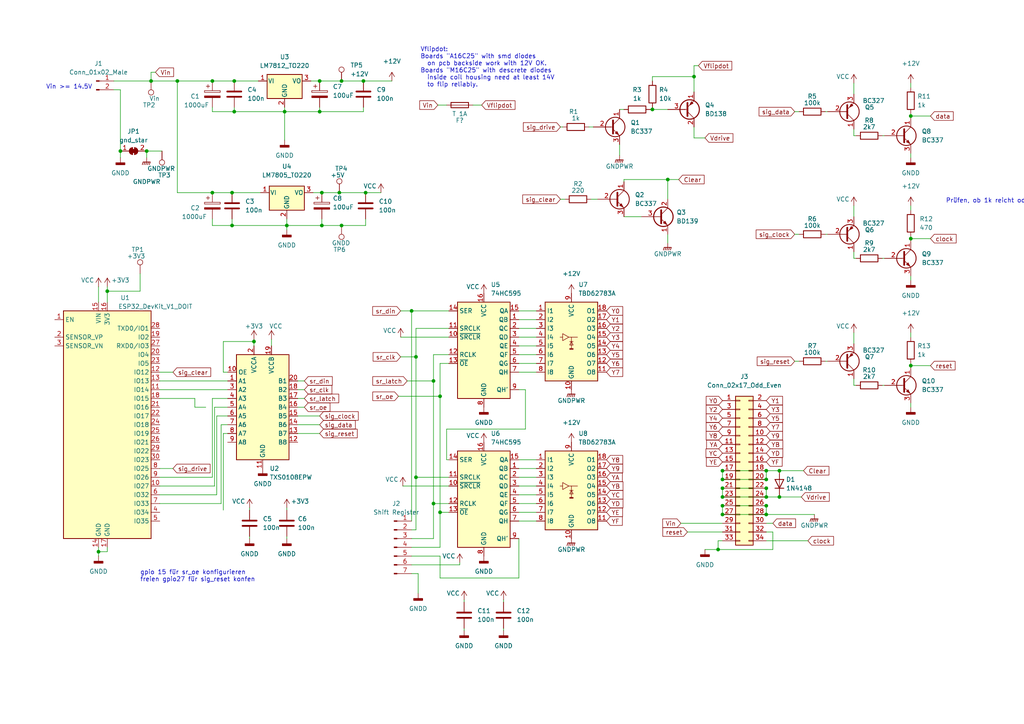
<source format=kicad_sch>
(kicad_sch (version 20211123) (generator eeschema)

  (uuid 80d89bc8-b809-4e58-bc5a-ab4fd0a46070)

  (paper "A4")

  

  (junction (at 67.31 65.405) (diameter 0) (color 0 0 0 0)
    (uuid 03d61a2b-abcd-4e97-a837-d1ebd4aa3d02)
  )
  (junction (at 61.595 23.495) (diameter 0) (color 0 0 0 0)
    (uuid 0a0d72ae-d11c-47d2-bf2c-107871a79d29)
  )
  (junction (at 99.06 23.495) (diameter 0) (color 0 0 0 0)
    (uuid 0bd68cfc-25fe-421f-9238-cc3891cc55d7)
  )
  (junction (at 209.55 136.525) (diameter 0) (color 0 0 0 0)
    (uuid 0ee9a6f9-733b-4eb5-9097-da08b625f4d0)
  )
  (junction (at 264.16 106.045) (diameter 0) (color 0 0 0 0)
    (uuid 1580fbc7-38b8-47f3-9bfd-55124a0fb65a)
  )
  (junction (at 209.55 144.145) (diameter 0) (color 0 0 0 0)
    (uuid 161a10ee-7b22-47c9-9e9c-53f177f13872)
  )
  (junction (at 93.345 55.88) (diameter 0) (color 0 0 0 0)
    (uuid 1674c21c-f029-4156-9d33-2a2e5a380493)
  )
  (junction (at 222.25 149.225) (diameter 0) (color 0 0 0 0)
    (uuid 18c71b36-e024-46e8-a54a-c9e48fc26834)
  )
  (junction (at 61.595 55.88) (diameter 0) (color 0 0 0 0)
    (uuid 2300b859-a34e-497a-b2f3-8add8d046207)
  )
  (junction (at 209.55 141.605) (diameter 0) (color 0 0 0 0)
    (uuid 262c933e-72b6-4ba0-8ef7-b5b9c2407842)
  )
  (junction (at 125.73 146.05) (diameter 0) (color 0 0 0 0)
    (uuid 29a95051-0792-43f5-b2ee-edadcea3d6e1)
  )
  (junction (at 82.55 32.385) (diameter 0) (color 0 0 0 0)
    (uuid 29ea344a-3b9f-4d88-9599-a366f70a516d)
  )
  (junction (at 43.815 23.495) (diameter 0) (color 0 0 0 0)
    (uuid 2cb6c0df-bad4-435b-a872-ea8a2a54cdc7)
  )
  (junction (at 193.675 52.07) (diameter 0) (color 0 0 0 0)
    (uuid 31e57640-6623-442a-b674-48bc3b40ca71)
  )
  (junction (at 222.25 136.525) (diameter 0) (color 0 0 0 0)
    (uuid 32d2e4c2-6947-4e2f-9e34-508e77d02374)
  )
  (junction (at 189.23 31.75) (diameter 0) (color 0 0 0 0)
    (uuid 3d62f834-74e4-468a-a15d-553824edaedd)
  )
  (junction (at 222.25 144.145) (diameter 0) (color 0 0 0 0)
    (uuid 44b5058c-a197-4b73-b41a-38e734a5e3eb)
  )
  (junction (at 264.16 33.655) (diameter 0) (color 0 0 0 0)
    (uuid 47a0f057-4773-4f4c-9d58-68e0aa1f0d84)
  )
  (junction (at 120.65 138.43) (diameter 0) (color 0 0 0 0)
    (uuid 4fdc15c2-b25a-44d1-b5ef-569144e9b4c9)
  )
  (junction (at 67.945 32.385) (diameter 0) (color 0 0 0 0)
    (uuid 56dc401e-3e88-4ea1-a5a0-a9568b75be97)
  )
  (junction (at 209.55 146.685) (diameter 0) (color 0 0 0 0)
    (uuid 662aa996-ff67-4eba-93ee-57ffc8d1630b)
  )
  (junction (at 92.71 23.495) (diameter 0) (color 0 0 0 0)
    (uuid 6815f41c-593b-43b0-9179-ba5a1b3741f8)
  )
  (junction (at 92.71 32.385) (diameter 0) (color 0 0 0 0)
    (uuid 70d2a342-79ba-4299-bac6-66851fc9598d)
  )
  (junction (at 209.55 149.225) (diameter 0) (color 0 0 0 0)
    (uuid 71b08e21-22a5-44a8-b29b-5c553d5a1a83)
  )
  (junction (at 222.25 139.065) (diameter 0) (color 0 0 0 0)
    (uuid 74308b4c-b926-4f71-a496-f43c340efb08)
  )
  (junction (at 34.925 43.815) (diameter 0) (color 0 0 0 0)
    (uuid 7565d38a-47ae-492d-aa2d-71ec9545c80f)
  )
  (junction (at 31.115 84.455) (diameter 0) (color 0 0 0 0)
    (uuid 7a0ce641-3e5f-435f-a773-931c3b1227ff)
  )
  (junction (at 93.345 65.405) (diameter 0) (color 0 0 0 0)
    (uuid 800df61a-c839-4ae2-9776-1c907dac8c19)
  )
  (junction (at 28.575 160.02) (diameter 0) (color 0 0 0 0)
    (uuid 8041ca59-ad9d-45e6-92de-4eaac532cf61)
  )
  (junction (at 226.06 144.145) (diameter 0) (color 0 0 0 0)
    (uuid 8510aa39-4c8f-46a4-b9e8-70869cf81d16)
  )
  (junction (at 125.73 110.49) (diameter 0) (color 0 0 0 0)
    (uuid 8e6813e0-724e-47e2-874c-9fc1828de9af)
  )
  (junction (at 67.945 23.495) (diameter 0) (color 0 0 0 0)
    (uuid 9140f8ef-b42b-491b-adca-37141dbefe8c)
  )
  (junction (at 73.66 99.06) (diameter 0) (color 0 0 0 0)
    (uuid 9f9f60ad-533a-44df-aa09-312f8817d3b2)
  )
  (junction (at 67.31 55.88) (diameter 0) (color 0 0 0 0)
    (uuid a3287ac3-eccb-4911-b32f-8fe846d3494e)
  )
  (junction (at 127.635 148.59) (diameter 0) (color 0 0 0 0)
    (uuid a5e8ce99-318a-4cb8-b020-c55886449336)
  )
  (junction (at 42.545 43.815) (diameter 0) (color 0 0 0 0)
    (uuid a99e3efe-2666-4390-b32b-2b38de17d460)
  )
  (junction (at 127.635 114.935) (diameter 0) (color 0 0 0 0)
    (uuid adac86a2-d060-40a4-8571-9fb35e3bb6b2)
  )
  (junction (at 99.06 65.405) (diameter 0) (color 0 0 0 0)
    (uuid b198b2d3-2370-4f1c-81e7-64453a1ac5b2)
  )
  (junction (at 83.185 65.405) (diameter 0) (color 0 0 0 0)
    (uuid b36f3659-8959-45bf-a984-dd34ffb12e95)
  )
  (junction (at 209.55 139.065) (diameter 0) (color 0 0 0 0)
    (uuid bb220b4e-1f14-461e-b9e5-cd475f011c41)
  )
  (junction (at 120.65 103.505) (diameter 0) (color 0 0 0 0)
    (uuid bd9d809b-2c43-449d-a4e3-77e2e87763da)
  )
  (junction (at 222.25 146.685) (diameter 0) (color 0 0 0 0)
    (uuid c68a64ca-7dc5-4a86-aa51-353d74916d24)
  )
  (junction (at 106.045 55.88) (diameter 0) (color 0 0 0 0)
    (uuid c6d7d5ca-ee84-4a75-a850-af840f3d2d00)
  )
  (junction (at 201.295 22.225) (diameter 0) (color 0 0 0 0)
    (uuid cc338c22-e0af-458c-bdbc-32a8e93a8314)
  )
  (junction (at 264.16 69.215) (diameter 0) (color 0 0 0 0)
    (uuid cdd83089-470f-41ea-b88a-ff3dcbbfe16c)
  )
  (junction (at 98.425 55.88) (diameter 0) (color 0 0 0 0)
    (uuid ced0c5a3-f0f8-4d7b-9e99-76ea11f94bdb)
  )
  (junction (at 208.28 159.385) (diameter 0) (color 0 0 0 0)
    (uuid d3216c8a-1736-4439-8053-e7f15f85ecb0)
  )
  (junction (at 222.25 141.605) (diameter 0) (color 0 0 0 0)
    (uuid e14abb2a-f63c-43d6-83da-9affc0987943)
  )
  (junction (at 51.435 23.495) (diameter 0) (color 0 0 0 0)
    (uuid e8b499cc-63d4-418d-a0e3-3b0edcbf0124)
  )
  (junction (at 226.06 136.525) (diameter 0) (color 0 0 0 0)
    (uuid ebaee278-ea46-443c-b535-95069f8a9fef)
  )
  (junction (at 105.41 23.495) (diameter 0) (color 0 0 0 0)
    (uuid f4849bb7-199f-4377-899e-5661ecacab0f)
  )
  (junction (at 119.38 90.17) (diameter 0) (color 0 0 0 0)
    (uuid f960ce81-67e2-423d-a71d-8a3a2640c64f)
  )

  (wire (pts (xy 120.65 153.67) (xy 119.38 153.67))
    (stroke (width 0) (type default) (color 0 0 0 0))
    (uuid 0171ab37-7acd-429a-a7da-7212daaf2961)
  )
  (wire (pts (xy 264.16 44.45) (xy 264.16 45.72))
    (stroke (width 0) (type default) (color 0 0 0 0))
    (uuid 018515c2-03e3-4de5-b13c-c0a4c0fd29ca)
  )
  (wire (pts (xy 86.36 113.03) (xy 88.265 113.03))
    (stroke (width 0) (type default) (color 0 0 0 0))
    (uuid 018da33a-ad14-407e-9df6-60b687972890)
  )
  (wire (pts (xy 86.36 123.19) (xy 92.71 123.19))
    (stroke (width 0) (type default) (color 0 0 0 0))
    (uuid 01ed6396-b8da-4070-878e-5ccc8dc9c875)
  )
  (wire (pts (xy 127.635 114.935) (xy 127.635 105.41))
    (stroke (width 0) (type default) (color 0 0 0 0))
    (uuid 028c11de-cc03-472d-8e08-3e2278c237d1)
  )
  (wire (pts (xy 116.205 103.505) (xy 120.65 103.505))
    (stroke (width 0) (type default) (color 0 0 0 0))
    (uuid 033e5e43-2be3-44a2-8a71-a604c3ee65c4)
  )
  (wire (pts (xy 133.35 163.83) (xy 133.35 163.195))
    (stroke (width 0) (type default) (color 0 0 0 0))
    (uuid 04a79605-9b48-4618-a006-72d0e7aa32ff)
  )
  (wire (pts (xy 127.635 158.75) (xy 127.635 148.59))
    (stroke (width 0) (type default) (color 0 0 0 0))
    (uuid 060a8235-4c3c-4603-ae24-4dc4232f7bfc)
  )
  (wire (pts (xy 64.135 146.05) (xy 64.135 123.19))
    (stroke (width 0) (type default) (color 0 0 0 0))
    (uuid 06bc59f1-1e4a-4d6d-b751-03b15a03be04)
  )
  (wire (pts (xy 92.71 32.385) (xy 82.55 32.385))
    (stroke (width 0) (type default) (color 0 0 0 0))
    (uuid 06c757dd-648c-4831-a5bf-b09ce6c877c0)
  )
  (wire (pts (xy 73.66 99.06) (xy 64.77 99.06))
    (stroke (width 0) (type default) (color 0 0 0 0))
    (uuid 073ecde1-b64a-4225-81ac-5f4bee4b2ae3)
  )
  (wire (pts (xy 72.39 155.575) (xy 72.39 156.21))
    (stroke (width 0) (type default) (color 0 0 0 0))
    (uuid 0b01debe-59bd-4aa4-af84-8e6bb8018975)
  )
  (wire (pts (xy 150.495 140.97) (xy 155.575 140.97))
    (stroke (width 0) (type default) (color 0 0 0 0))
    (uuid 0b8644da-6c48-459b-81f4-0d15cfb97cab)
  )
  (wire (pts (xy 92.71 23.495) (xy 99.06 23.495))
    (stroke (width 0) (type default) (color 0 0 0 0))
    (uuid 0bc3de64-b131-4968-9781-4bbd628c0f2a)
  )
  (wire (pts (xy 248.285 39.37) (xy 247.65 39.37))
    (stroke (width 0) (type default) (color 0 0 0 0))
    (uuid 0bf0b103-982b-4edb-8f3c-31b39c59173e)
  )
  (wire (pts (xy 61.595 32.385) (xy 61.595 31.115))
    (stroke (width 0) (type default) (color 0 0 0 0))
    (uuid 0bf99f6b-d6b1-4e85-977b-1eb74d487d62)
  )
  (wire (pts (xy 189.23 31.115) (xy 189.23 31.75))
    (stroke (width 0) (type default) (color 0 0 0 0))
    (uuid 0cd8465a-20a9-428e-a805-78b75348686f)
  )
  (wire (pts (xy 130.175 102.87) (xy 125.73 102.87))
    (stroke (width 0) (type default) (color 0 0 0 0))
    (uuid 0cdf8d28-c281-49de-8dce-5641a535029f)
  )
  (wire (pts (xy 62.865 120.65) (xy 62.865 143.51))
    (stroke (width 0) (type default) (color 0 0 0 0))
    (uuid 0ce30d4a-98ca-4f44-9194-9c4d52de1ec4)
  )
  (wire (pts (xy 86.36 110.49) (xy 88.265 110.49))
    (stroke (width 0) (type default) (color 0 0 0 0))
    (uuid 0d36ac52-396e-48e3-8392-93f9612cc854)
  )
  (wire (pts (xy 248.285 74.93) (xy 247.65 74.93))
    (stroke (width 0) (type default) (color 0 0 0 0))
    (uuid 0ed40224-3214-4204-b4dc-4d82d2408c00)
  )
  (wire (pts (xy 83.185 65.405) (xy 83.185 66.675))
    (stroke (width 0) (type default) (color 0 0 0 0))
    (uuid 10331b36-1e2d-49e5-8557-8a253a513ff9)
  )
  (wire (pts (xy 99.06 65.405) (xy 93.345 65.405))
    (stroke (width 0) (type default) (color 0 0 0 0))
    (uuid 103b02c5-81ee-45b5-b2c7-46b659b0aa56)
  )
  (wire (pts (xy 67.945 32.385) (xy 61.595 32.385))
    (stroke (width 0) (type default) (color 0 0 0 0))
    (uuid 1053d421-e340-4f03-a5a1-a855dac6fffd)
  )
  (wire (pts (xy 31.115 84.455) (xy 31.115 87.63))
    (stroke (width 0) (type default) (color 0 0 0 0))
    (uuid 10acd3a6-f2b2-4c66-a9bf-c4fbb84a9a90)
  )
  (wire (pts (xy 42.545 43.815) (xy 42.545 45.72))
    (stroke (width 0) (type default) (color 0 0 0 0))
    (uuid 17a8d555-3988-483a-8a2a-6e94db2fbf51)
  )
  (wire (pts (xy 264.16 116.84) (xy 264.16 118.11))
    (stroke (width 0) (type default) (color 0 0 0 0))
    (uuid 1ad1ee19-6da4-42de-9355-7e382a2cbdb4)
  )
  (wire (pts (xy 201.295 26.67) (xy 201.295 22.225))
    (stroke (width 0) (type default) (color 0 0 0 0))
    (uuid 1afcbe6c-1b42-494c-9f7a-d115602d9a9a)
  )
  (wire (pts (xy 118.11 110.49) (xy 125.73 110.49))
    (stroke (width 0) (type default) (color 0 0 0 0))
    (uuid 1bc588c6-924b-448a-a2a8-213258a41d82)
  )
  (wire (pts (xy 226.06 144.145) (xy 232.41 144.145))
    (stroke (width 0) (type default) (color 0 0 0 0))
    (uuid 1c50113e-3b89-42ea-b455-5213e5ee1482)
  )
  (wire (pts (xy 264.16 33.655) (xy 264.16 34.29))
    (stroke (width 0) (type default) (color 0 0 0 0))
    (uuid 1d48afd6-512a-495b-a043-15e44e76246e)
  )
  (wire (pts (xy 150.495 146.05) (xy 155.575 146.05))
    (stroke (width 0) (type default) (color 0 0 0 0))
    (uuid 1e8b3a30-e213-46e6-a855-309d5dc769a5)
  )
  (wire (pts (xy 83.185 63.5) (xy 83.185 65.405))
    (stroke (width 0) (type default) (color 0 0 0 0))
    (uuid 1f9c38f6-3cc6-4b48-b086-4be23ad5fe90)
  )
  (wire (pts (xy 247.65 24.13) (xy 247.65 27.305))
    (stroke (width 0) (type default) (color 0 0 0 0))
    (uuid 216326a2-8477-4b52-863f-684539c94e1b)
  )
  (wire (pts (xy 239.395 32.385) (xy 240.03 32.385))
    (stroke (width 0) (type default) (color 0 0 0 0))
    (uuid 2281516c-12c6-4f71-a4d7-1c10a4eb045f)
  )
  (wire (pts (xy 40.64 84.455) (xy 31.115 84.455))
    (stroke (width 0) (type default) (color 0 0 0 0))
    (uuid 23782758-29b6-402c-ad29-a1d0a5a77ebe)
  )
  (wire (pts (xy 163.195 36.83) (xy 162.56 36.83))
    (stroke (width 0) (type default) (color 0 0 0 0))
    (uuid 24f3323b-ff04-4161-991f-3de863941c4b)
  )
  (wire (pts (xy 61.595 63.5) (xy 61.595 65.405))
    (stroke (width 0) (type default) (color 0 0 0 0))
    (uuid 265ecac5-9499-43ab-99bc-5c72917e4ca4)
  )
  (wire (pts (xy 46.355 138.43) (xy 61.595 138.43))
    (stroke (width 0) (type default) (color 0 0 0 0))
    (uuid 269fc16b-a1ed-4714-a09f-07f0146a81a3)
  )
  (wire (pts (xy 66.04 115.57) (xy 61.595 115.57))
    (stroke (width 0) (type default) (color 0 0 0 0))
    (uuid 29b7491b-11c6-4b03-8086-840cba8b3520)
  )
  (wire (pts (xy 150.495 92.71) (xy 155.575 92.71))
    (stroke (width 0) (type default) (color 0 0 0 0))
    (uuid 29eab619-690f-40eb-9cc2-f91e8d04312a)
  )
  (wire (pts (xy 150.495 133.35) (xy 155.575 133.35))
    (stroke (width 0) (type default) (color 0 0 0 0))
    (uuid 2a8b1789-6de2-4c22-b310-1a13f445ea38)
  )
  (wire (pts (xy 189.23 31.75) (xy 193.675 31.75))
    (stroke (width 0) (type default) (color 0 0 0 0))
    (uuid 2bd17819-1de8-42fb-8a2c-cbf38026b94d)
  )
  (wire (pts (xy 45.085 20.955) (xy 43.815 20.955))
    (stroke (width 0) (type default) (color 0 0 0 0))
    (uuid 2d083d33-5a5b-4490-a829-b4ba31c3d35a)
  )
  (wire (pts (xy 90.805 55.88) (xy 93.345 55.88))
    (stroke (width 0) (type default) (color 0 0 0 0))
    (uuid 2edb418f-c7a3-4348-9757-d7ddf42b2325)
  )
  (wire (pts (xy 106.045 63.5) (xy 106.045 65.405))
    (stroke (width 0) (type default) (color 0 0 0 0))
    (uuid 2ff923a5-3e65-4c5b-a8da-a3d43df967d8)
  )
  (wire (pts (xy 28.575 83.185) (xy 28.575 87.63))
    (stroke (width 0) (type default) (color 0 0 0 0))
    (uuid 312cb0c0-832a-432b-9ccf-92cc754f3d3c)
  )
  (wire (pts (xy 171.45 57.785) (xy 173.355 57.785))
    (stroke (width 0) (type default) (color 0 0 0 0))
    (uuid 34d234de-1b5f-432a-b5e8-57ee0e449662)
  )
  (wire (pts (xy 127.635 161.29) (xy 119.38 161.29))
    (stroke (width 0) (type default) (color 0 0 0 0))
    (uuid 368a786f-fcca-47f1-a18a-072f5369c5b5)
  )
  (wire (pts (xy 67.31 65.405) (xy 83.185 65.405))
    (stroke (width 0) (type default) (color 0 0 0 0))
    (uuid 37624d33-07e9-437d-ba18-bd2647cb98f3)
  )
  (wire (pts (xy 73.66 98.425) (xy 73.66 99.06))
    (stroke (width 0) (type default) (color 0 0 0 0))
    (uuid 380110a9-c9fd-490c-a19f-2af95e767a3c)
  )
  (wire (pts (xy 222.25 156.845) (xy 234.315 156.845))
    (stroke (width 0) (type default) (color 0 0 0 0))
    (uuid 382416ee-92db-493d-81a9-9aaca4dcef3e)
  )
  (wire (pts (xy 239.395 67.945) (xy 240.03 67.945))
    (stroke (width 0) (type default) (color 0 0 0 0))
    (uuid 3898a68d-02e5-4501-84ff-a6ae08f790de)
  )
  (wire (pts (xy 83.185 147.32) (xy 83.185 147.955))
    (stroke (width 0) (type default) (color 0 0 0 0))
    (uuid 397bec90-e045-4d8a-9136-1f2939d4914a)
  )
  (wire (pts (xy 119.38 166.37) (xy 121.285 166.37))
    (stroke (width 0) (type default) (color 0 0 0 0))
    (uuid 3bbe7b9f-84c8-463f-a25c-db7e81a9de65)
  )
  (wire (pts (xy 127.635 148.59) (xy 127.635 114.935))
    (stroke (width 0) (type default) (color 0 0 0 0))
    (uuid 3bbf68ea-7ed7-41fa-ab37-bac2a0b6cdcf)
  )
  (wire (pts (xy 62.23 118.11) (xy 66.04 118.11))
    (stroke (width 0) (type default) (color 0 0 0 0))
    (uuid 3c68a9f5-e5e4-4fb5-8485-d346ab9df0a4)
  )
  (wire (pts (xy 106.045 55.88) (xy 110.49 55.88))
    (stroke (width 0) (type default) (color 0 0 0 0))
    (uuid 3d42c53d-63e5-4e4c-9b19-6db8f302d5ce)
  )
  (wire (pts (xy 224.155 159.385) (xy 208.28 159.385))
    (stroke (width 0) (type default) (color 0 0 0 0))
    (uuid 3d7ab83e-571c-4c95-baf0-e150a9f110dc)
  )
  (wire (pts (xy 46.355 146.05) (xy 64.135 146.05))
    (stroke (width 0) (type default) (color 0 0 0 0))
    (uuid 3f92db0e-37e8-4e6b-8ddb-77f86a17cfa8)
  )
  (wire (pts (xy 152.4 124.46) (xy 129.54 124.46))
    (stroke (width 0) (type default) (color 0 0 0 0))
    (uuid 3fe9a48b-78df-437a-8e66-5eedbd0469ad)
  )
  (wire (pts (xy 264.16 96.52) (xy 264.16 97.79))
    (stroke (width 0) (type default) (color 0 0 0 0))
    (uuid 4236ef43-ec1a-45ad-be89-091257bfcc41)
  )
  (wire (pts (xy 93.345 55.88) (xy 98.425 55.88))
    (stroke (width 0) (type default) (color 0 0 0 0))
    (uuid 46b09a85-042b-4d6a-8ba0-a7b9fa7f3c3b)
  )
  (wire (pts (xy 61.595 55.88) (xy 67.31 55.88))
    (stroke (width 0) (type default) (color 0 0 0 0))
    (uuid 46ee6bd4-13c7-46a5-b915-8cad87229b73)
  )
  (wire (pts (xy 255.905 74.93) (xy 256.54 74.93))
    (stroke (width 0) (type default) (color 0 0 0 0))
    (uuid 47c27c37-a56d-4a02-a656-4f1b3991cd61)
  )
  (wire (pts (xy 222.25 149.225) (xy 236.22 149.225))
    (stroke (width 0) (type default) (color 0 0 0 0))
    (uuid 47c3290a-9e30-48db-b33d-c84034fcef6a)
  )
  (wire (pts (xy 230.505 32.385) (xy 231.775 32.385))
    (stroke (width 0) (type default) (color 0 0 0 0))
    (uuid 4ba71937-e3d3-4510-af40-ec8e5b6c6d70)
  )
  (wire (pts (xy 134.62 182.245) (xy 134.62 182.88))
    (stroke (width 0) (type default) (color 0 0 0 0))
    (uuid 5177750f-571c-4f6b-a308-cd29b5a4c5aa)
  )
  (wire (pts (xy 119.38 158.75) (xy 127.635 158.75))
    (stroke (width 0) (type default) (color 0 0 0 0))
    (uuid 51ab0f02-00d8-481a-8497-e42db0a857a0)
  )
  (wire (pts (xy 264.16 59.69) (xy 264.16 60.96))
    (stroke (width 0) (type default) (color 0 0 0 0))
    (uuid 52e4bd15-3e6c-41b2-b4a2-7f2c0ec17451)
  )
  (wire (pts (xy 125.73 110.49) (xy 125.73 146.05))
    (stroke (width 0) (type default) (color 0 0 0 0))
    (uuid 5437e978-e155-4251-be05-1f8f1da457ff)
  )
  (wire (pts (xy 51.435 55.88) (xy 61.595 55.88))
    (stroke (width 0) (type default) (color 0 0 0 0))
    (uuid 55b2f02e-86b7-4438-bb56-53252363e756)
  )
  (wire (pts (xy 180.975 62.865) (xy 186.055 62.865))
    (stroke (width 0) (type default) (color 0 0 0 0))
    (uuid 56cc0992-caaa-4886-b3a0-83569530e5fd)
  )
  (wire (pts (xy 150.495 97.79) (xy 155.575 97.79))
    (stroke (width 0) (type default) (color 0 0 0 0))
    (uuid 5898dbdf-9a1b-4f4c-b476-84e70029b143)
  )
  (wire (pts (xy 222.25 151.765) (xy 224.155 151.765))
    (stroke (width 0) (type default) (color 0 0 0 0))
    (uuid 590b9b69-fddf-4bb0-97b9-514d4d5361b7)
  )
  (wire (pts (xy 209.55 139.065) (xy 222.25 139.065))
    (stroke (width 0) (type default) (color 0 0 0 0))
    (uuid 595e677f-ac79-4337-a30d-5791a17105ba)
  )
  (wire (pts (xy 64.77 125.73) (xy 64.77 147.955))
    (stroke (width 0) (type default) (color 0 0 0 0))
    (uuid 5a4d465d-e2fd-4ae8-aada-5d54b185331b)
  )
  (wire (pts (xy 82.55 32.385) (xy 67.945 32.385))
    (stroke (width 0) (type default) (color 0 0 0 0))
    (uuid 5a5ff805-77b4-4bff-9d87-bdd612c244af)
  )
  (wire (pts (xy 209.55 136.525) (xy 209.55 139.065))
    (stroke (width 0) (type default) (color 0 0 0 0))
    (uuid 5ba91c52-00e1-4a15-8118-4fb044fd7750)
  )
  (wire (pts (xy 180.975 52.07) (xy 180.975 52.705))
    (stroke (width 0) (type default) (color 0 0 0 0))
    (uuid 5daf7a98-fd2c-4c75-acf8-45bdfe325cd8)
  )
  (wire (pts (xy 224.155 154.305) (xy 224.155 159.385))
    (stroke (width 0) (type default) (color 0 0 0 0))
    (uuid 5e868172-3b0f-454a-8563-e61f7c4a96a5)
  )
  (wire (pts (xy 150.495 107.95) (xy 155.575 107.95))
    (stroke (width 0) (type default) (color 0 0 0 0))
    (uuid 5e921594-9080-46cf-a6f9-5c882aa7cc89)
  )
  (wire (pts (xy 189.23 22.225) (xy 189.23 23.495))
    (stroke (width 0) (type default) (color 0 0 0 0))
    (uuid 5ee0e005-6265-484f-9888-1738e2b8623c)
  )
  (wire (pts (xy 46.355 143.51) (xy 62.865 143.51))
    (stroke (width 0) (type default) (color 0 0 0 0))
    (uuid 60442db8-a728-4082-95ae-faba7332ddf2)
  )
  (wire (pts (xy 264.16 69.215) (xy 264.16 69.85))
    (stroke (width 0) (type default) (color 0 0 0 0))
    (uuid 616a7bc1-6ce1-47b7-95ec-6141d1f9fa34)
  )
  (wire (pts (xy 106.045 65.405) (xy 99.06 65.405))
    (stroke (width 0) (type default) (color 0 0 0 0))
    (uuid 62228e7c-6ee0-4568-b2e9-0ae3033d5d12)
  )
  (wire (pts (xy 209.55 141.605) (xy 222.25 141.605))
    (stroke (width 0) (type default) (color 0 0 0 0))
    (uuid 6443195e-942a-4781-9567-1dda5236a4ce)
  )
  (wire (pts (xy 34.925 26.035) (xy 33.02 26.035))
    (stroke (width 0) (type default) (color 0 0 0 0))
    (uuid 66205764-6d44-40a9-ab49-e9523492b6d3)
  )
  (wire (pts (xy 152.4 113.03) (xy 152.4 124.46))
    (stroke (width 0) (type default) (color 0 0 0 0))
    (uuid 67448d02-c24a-4fbd-86eb-62b4afaaf281)
  )
  (wire (pts (xy 43.815 23.495) (xy 51.435 23.495))
    (stroke (width 0) (type default) (color 0 0 0 0))
    (uuid 67b0d133-e14b-4b56-ad3d-b8acfd41fa33)
  )
  (wire (pts (xy 193.675 57.785) (xy 193.675 52.07))
    (stroke (width 0) (type default) (color 0 0 0 0))
    (uuid 67c4261e-1840-4307-a0ce-db8fec9bf59d)
  )
  (wire (pts (xy 46.355 135.89) (xy 50.165 135.89))
    (stroke (width 0) (type default) (color 0 0 0 0))
    (uuid 6818933f-696e-4b70-82de-b50bba43ab40)
  )
  (wire (pts (xy 125.73 102.87) (xy 125.73 110.49))
    (stroke (width 0) (type default) (color 0 0 0 0))
    (uuid 686e83b9-e037-49c8-ad11-c8c19317d5b9)
  )
  (wire (pts (xy 129.54 133.35) (xy 130.175 133.35))
    (stroke (width 0) (type default) (color 0 0 0 0))
    (uuid 6a278671-bb57-4d7f-93da-25ff82bbdce9)
  )
  (wire (pts (xy 230.505 104.775) (xy 231.775 104.775))
    (stroke (width 0) (type default) (color 0 0 0 0))
    (uuid 6a7581f1-19a0-44c2-b4ea-07d8e0fcccab)
  )
  (wire (pts (xy 105.41 32.385) (xy 92.71 32.385))
    (stroke (width 0) (type default) (color 0 0 0 0))
    (uuid 6b6a1787-eca0-44e3-bb15-f34a837dff7b)
  )
  (wire (pts (xy 222.25 141.605) (xy 222.25 144.145))
    (stroke (width 0) (type default) (color 0 0 0 0))
    (uuid 6b8df514-4e70-4053-b285-3466d197fa8e)
  )
  (wire (pts (xy 61.595 115.57) (xy 61.595 138.43))
    (stroke (width 0) (type default) (color 0 0 0 0))
    (uuid 6ba19dc2-dcae-4ffc-896d-cab4a78feb27)
  )
  (wire (pts (xy 31.115 83.185) (xy 31.115 84.455))
    (stroke (width 0) (type default) (color 0 0 0 0))
    (uuid 6cd6a7a3-8966-414b-860d-702e644cbd71)
  )
  (wire (pts (xy 209.55 149.225) (xy 222.25 149.225))
    (stroke (width 0) (type default) (color 0 0 0 0))
    (uuid 6f403bf0-b994-491b-865a-1df4622b3495)
  )
  (wire (pts (xy 264.16 106.045) (xy 264.16 106.68))
    (stroke (width 0) (type default) (color 0 0 0 0))
    (uuid 6f73bfc6-5a4c-4dc2-a227-6de1aa837a5e)
  )
  (wire (pts (xy 56.515 118.11) (xy 59.69 118.11))
    (stroke (width 0) (type default) (color 0 0 0 0))
    (uuid 705d9097-9b0d-4c5f-a5ab-8c65d009b953)
  )
  (wire (pts (xy 67.31 63.5) (xy 67.31 65.405))
    (stroke (width 0) (type default) (color 0 0 0 0))
    (uuid 708cee4c-2a3c-48cd-a0eb-32d5a0f1ceff)
  )
  (wire (pts (xy 83.185 155.575) (xy 83.185 156.21))
    (stroke (width 0) (type default) (color 0 0 0 0))
    (uuid 70b436af-3a78-425e-99d8-c4b6cbcd7064)
  )
  (wire (pts (xy 115.57 114.935) (xy 127.635 114.935))
    (stroke (width 0) (type default) (color 0 0 0 0))
    (uuid 7459d32d-f597-4b69-a493-d44c833c9173)
  )
  (wire (pts (xy 209.55 146.685) (xy 209.55 149.225))
    (stroke (width 0) (type default) (color 0 0 0 0))
    (uuid 7632e4cf-d494-4b4c-988c-45ae2ee45d4b)
  )
  (wire (pts (xy 264.16 33.02) (xy 264.16 33.655))
    (stroke (width 0) (type default) (color 0 0 0 0))
    (uuid 76ca19e4-abe4-4901-8b82-7c2c26e8bc13)
  )
  (wire (pts (xy 105.41 23.495) (xy 113.665 23.495))
    (stroke (width 0) (type default) (color 0 0 0 0))
    (uuid 783702b8-a19d-4c24-9f0d-bab179115366)
  )
  (wire (pts (xy 42.545 43.815) (xy 46.99 43.815))
    (stroke (width 0) (type default) (color 0 0 0 0))
    (uuid 7933fe5e-bc60-4dea-8dec-86c4d68edae8)
  )
  (wire (pts (xy 150.495 156.21) (xy 150.495 167.64))
    (stroke (width 0) (type default) (color 0 0 0 0))
    (uuid 7d0dfdb4-86c6-4d43-955e-e4a55b90e5c3)
  )
  (wire (pts (xy 40.64 79.375) (xy 40.64 84.455))
    (stroke (width 0) (type default) (color 0 0 0 0))
    (uuid 7eb13d2d-cd62-4721-a598-1290a4867e85)
  )
  (wire (pts (xy 150.495 138.43) (xy 155.575 138.43))
    (stroke (width 0) (type default) (color 0 0 0 0))
    (uuid 7eb96ad3-29fd-4b01-ba4f-5c1bb4e170e1)
  )
  (wire (pts (xy 134.62 173.99) (xy 134.62 174.625))
    (stroke (width 0) (type default) (color 0 0 0 0))
    (uuid 7ebf7075-7bdc-4f37-aab2-6bac1a336833)
  )
  (wire (pts (xy 99.06 23.495) (xy 105.41 23.495))
    (stroke (width 0) (type default) (color 0 0 0 0))
    (uuid 7f2e3854-4c0d-41e8-a91e-c14b523b197a)
  )
  (wire (pts (xy 150.495 100.33) (xy 155.575 100.33))
    (stroke (width 0) (type default) (color 0 0 0 0))
    (uuid 805df14c-dd12-4ea1-932f-320275d021fa)
  )
  (wire (pts (xy 46.355 115.57) (xy 56.515 115.57))
    (stroke (width 0) (type default) (color 0 0 0 0))
    (uuid 82d961c3-a434-442d-8deb-8ec4373890fd)
  )
  (wire (pts (xy 179.705 41.91) (xy 179.705 45.085))
    (stroke (width 0) (type default) (color 0 0 0 0))
    (uuid 84f7265a-99ef-456f-9ac3-325fdeea13a4)
  )
  (wire (pts (xy 264.16 80.01) (xy 264.16 81.28))
    (stroke (width 0) (type default) (color 0 0 0 0))
    (uuid 850b879a-d6d9-45b5-8deb-79babffb8fe8)
  )
  (wire (pts (xy 90.17 23.495) (xy 92.71 23.495))
    (stroke (width 0) (type default) (color 0 0 0 0))
    (uuid 8521d2ea-1e6e-4355-b62e-45d892158a67)
  )
  (wire (pts (xy 204.47 159.385) (xy 208.28 159.385))
    (stroke (width 0) (type default) (color 0 0 0 0))
    (uuid 858107db-db9e-42c2-9bff-1a3c526c68a6)
  )
  (wire (pts (xy 116.84 140.97) (xy 130.175 140.97))
    (stroke (width 0) (type default) (color 0 0 0 0))
    (uuid 85a6b9e0-35d0-459c-83b0-7998429255dd)
  )
  (wire (pts (xy 127 30.48) (xy 129.54 30.48))
    (stroke (width 0) (type default) (color 0 0 0 0))
    (uuid 85d44aae-71a3-45d9-9d71-b996028955cc)
  )
  (wire (pts (xy 125.73 146.05) (xy 125.73 156.21))
    (stroke (width 0) (type default) (color 0 0 0 0))
    (uuid 8603c220-907e-4209-8b30-c7e18e14b453)
  )
  (wire (pts (xy 129.54 124.46) (xy 129.54 133.35))
    (stroke (width 0) (type default) (color 0 0 0 0))
    (uuid 86a073d4-8cf7-4766-b6c6-91fc8dff211a)
  )
  (wire (pts (xy 208.28 159.385) (xy 208.28 156.845))
    (stroke (width 0) (type default) (color 0 0 0 0))
    (uuid 872055b8-73e5-4003-b906-380fc1fdedac)
  )
  (wire (pts (xy 46.355 113.03) (xy 66.04 113.03))
    (stroke (width 0) (type default) (color 0 0 0 0))
    (uuid 87ba2290-c1e3-4897-af0b-64f7494ade45)
  )
  (wire (pts (xy 197.485 151.765) (xy 209.55 151.765))
    (stroke (width 0) (type default) (color 0 0 0 0))
    (uuid 89455cb1-5724-49e7-800a-11435fd89420)
  )
  (wire (pts (xy 31.115 158.75) (xy 31.115 160.02))
    (stroke (width 0) (type default) (color 0 0 0 0))
    (uuid 8aa3b0e0-d66e-40c4-9189-fac4a359be9d)
  )
  (wire (pts (xy 150.495 151.13) (xy 155.575 151.13))
    (stroke (width 0) (type default) (color 0 0 0 0))
    (uuid 8b6f938b-f660-40e3-9d0b-c10fad9a568b)
  )
  (wire (pts (xy 248.285 111.76) (xy 247.65 111.76))
    (stroke (width 0) (type default) (color 0 0 0 0))
    (uuid 8b8538c4-c0a1-4ec3-9918-89c2da18d7e1)
  )
  (wire (pts (xy 78.74 98.425) (xy 78.74 100.33))
    (stroke (width 0) (type default) (color 0 0 0 0))
    (uuid 90a88a7e-0490-4a8f-b70c-92d0a3ba155e)
  )
  (wire (pts (xy 239.395 104.775) (xy 240.03 104.775))
    (stroke (width 0) (type default) (color 0 0 0 0))
    (uuid 92050885-77de-4dbb-b1c0-8074b20f0ad7)
  )
  (wire (pts (xy 64.135 123.19) (xy 66.04 123.19))
    (stroke (width 0) (type default) (color 0 0 0 0))
    (uuid 928db154-085e-407b-8ca4-b46950d5bb42)
  )
  (wire (pts (xy 120.65 103.505) (xy 120.65 138.43))
    (stroke (width 0) (type default) (color 0 0 0 0))
    (uuid 92c43f9e-a6bb-4e7c-bc50-ff5dd5de760f)
  )
  (wire (pts (xy 222.25 144.145) (xy 226.06 144.145))
    (stroke (width 0) (type default) (color 0 0 0 0))
    (uuid 938d1b33-2709-4876-a4db-788569b218a8)
  )
  (wire (pts (xy 64.77 107.95) (xy 66.04 107.95))
    (stroke (width 0) (type default) (color 0 0 0 0))
    (uuid 93a4d88e-bc96-4dfa-9e44-3eb80a73e779)
  )
  (wire (pts (xy 201.295 19.05) (xy 202.565 19.05))
    (stroke (width 0) (type default) (color 0 0 0 0))
    (uuid 95c60966-c338-4d75-9abd-6912aa6f2a12)
  )
  (wire (pts (xy 222.25 136.525) (xy 222.25 139.065))
    (stroke (width 0) (type default) (color 0 0 0 0))
    (uuid 97f949d9-5feb-4fc6-ad1e-2ce37c503179)
  )
  (wire (pts (xy 105.41 31.115) (xy 105.41 32.385))
    (stroke (width 0) (type default) (color 0 0 0 0))
    (uuid 981d2819-63d9-4641-95e1-e8a734fd78c0)
  )
  (wire (pts (xy 247.65 59.69) (xy 247.65 62.865))
    (stroke (width 0) (type default) (color 0 0 0 0))
    (uuid 98f7daa8-6b05-44c2-8d46-bd4da99370b0)
  )
  (wire (pts (xy 43.815 20.955) (xy 43.815 23.495))
    (stroke (width 0) (type default) (color 0 0 0 0))
    (uuid 996ab8b0-eba3-4863-9ce7-48af80a42d6c)
  )
  (wire (pts (xy 67.31 55.88) (xy 75.565 55.88))
    (stroke (width 0) (type default) (color 0 0 0 0))
    (uuid 99e1ea36-909d-4ba3-aacd-8122483bf661)
  )
  (wire (pts (xy 150.495 167.64) (xy 127.635 167.64))
    (stroke (width 0) (type default) (color 0 0 0 0))
    (uuid 9e2754fc-0d4f-438d-9191-2c0a4fc6e6a4)
  )
  (wire (pts (xy 264.16 33.655) (xy 269.875 33.655))
    (stroke (width 0) (type default) (color 0 0 0 0))
    (uuid 9ef71133-0280-45ff-ae15-1a3cd7c163fc)
  )
  (wire (pts (xy 222.25 136.525) (xy 226.06 136.525))
    (stroke (width 0) (type default) (color 0 0 0 0))
    (uuid 9ff7da25-ceaa-4f88-8e32-8cc80b8562ad)
  )
  (wire (pts (xy 46.355 140.97) (xy 62.23 140.97))
    (stroke (width 0) (type default) (color 0 0 0 0))
    (uuid a156f89a-6f27-4fc9-81fa-2b954353981f)
  )
  (wire (pts (xy 146.05 182.245) (xy 146.05 182.88))
    (stroke (width 0) (type default) (color 0 0 0 0))
    (uuid a1cffb09-cc31-4c18-85ad-1768f0ef954e)
  )
  (wire (pts (xy 193.675 52.07) (xy 180.975 52.07))
    (stroke (width 0) (type default) (color 0 0 0 0))
    (uuid a2527cfc-0995-4609-b9da-8b5652c1decb)
  )
  (wire (pts (xy 67.945 23.495) (xy 74.93 23.495))
    (stroke (width 0) (type default) (color 0 0 0 0))
    (uuid a2d4d7a2-e257-4938-8ec4-fb459931a86b)
  )
  (wire (pts (xy 119.38 90.17) (xy 130.175 90.17))
    (stroke (width 0) (type default) (color 0 0 0 0))
    (uuid a34a6b65-50c5-49d3-870a-d9aece34fd5e)
  )
  (wire (pts (xy 33.02 23.495) (xy 43.815 23.495))
    (stroke (width 0) (type default) (color 0 0 0 0))
    (uuid a3e34f36-98cc-4876-9aba-f8f0c4324c32)
  )
  (wire (pts (xy 67.945 31.115) (xy 67.945 32.385))
    (stroke (width 0) (type default) (color 0 0 0 0))
    (uuid a5920bbf-fa89-490d-8804-2f9ce7d446ad)
  )
  (wire (pts (xy 180.975 31.75) (xy 179.705 31.75))
    (stroke (width 0) (type default) (color 0 0 0 0))
    (uuid ab38ac8c-d772-4e31-8ef8-dea419571927)
  )
  (wire (pts (xy 137.16 30.48) (xy 139.7 30.48))
    (stroke (width 0) (type default) (color 0 0 0 0))
    (uuid ab429406-f15d-4587-a3b8-7b47eb2f72b9)
  )
  (wire (pts (xy 208.28 156.845) (xy 209.55 156.845))
    (stroke (width 0) (type default) (color 0 0 0 0))
    (uuid ad9ec1bf-2c27-41d7-9ab0-2b6ec57d31f5)
  )
  (wire (pts (xy 56.515 115.57) (xy 56.515 118.11))
    (stroke (width 0) (type default) (color 0 0 0 0))
    (uuid af34e542-efa1-4567-9311-f9b86dbdd198)
  )
  (wire (pts (xy 34.925 26.035) (xy 34.925 43.815))
    (stroke (width 0) (type default) (color 0 0 0 0))
    (uuid af4287af-e66b-480f-822e-d0ffb08f6407)
  )
  (wire (pts (xy 264.16 68.58) (xy 264.16 69.215))
    (stroke (width 0) (type default) (color 0 0 0 0))
    (uuid af56e0f6-2afa-4c55-a98c-26a10671cdbc)
  )
  (wire (pts (xy 46.355 110.49) (xy 66.04 110.49))
    (stroke (width 0) (type default) (color 0 0 0 0))
    (uuid b16e7e6c-d815-44ec-9b6e-3bdeba9596c2)
  )
  (wire (pts (xy 199.39 154.305) (xy 209.55 154.305))
    (stroke (width 0) (type default) (color 0 0 0 0))
    (uuid b1dd2fa6-6ced-4610-9c9a-e0f5131a40b7)
  )
  (wire (pts (xy 209.55 141.605) (xy 209.55 144.145))
    (stroke (width 0) (type default) (color 0 0 0 0))
    (uuid b20227fb-9ae1-4b16-9c95-e5177d42f2f7)
  )
  (wire (pts (xy 150.495 148.59) (xy 155.575 148.59))
    (stroke (width 0) (type default) (color 0 0 0 0))
    (uuid b332478a-3546-4092-9f1e-828135d83b9d)
  )
  (wire (pts (xy 120.65 138.43) (xy 130.175 138.43))
    (stroke (width 0) (type default) (color 0 0 0 0))
    (uuid b3bfab97-a514-4793-9a93-fd3af7546170)
  )
  (wire (pts (xy 150.495 105.41) (xy 155.575 105.41))
    (stroke (width 0) (type default) (color 0 0 0 0))
    (uuid b4e7b94f-534c-4414-8157-ef498f08874b)
  )
  (wire (pts (xy 51.435 55.88) (xy 51.435 23.495))
    (stroke (width 0) (type default) (color 0 0 0 0))
    (uuid b6da8327-0bdc-4ca9-9cd6-3d9f90f4f8e6)
  )
  (wire (pts (xy 146.05 173.99) (xy 146.05 174.625))
    (stroke (width 0) (type default) (color 0 0 0 0))
    (uuid b8a1aaea-5458-4315-a4a3-ea2e36c384e4)
  )
  (wire (pts (xy 28.575 160.02) (xy 28.575 161.29))
    (stroke (width 0) (type default) (color 0 0 0 0))
    (uuid b96ec42c-6d52-4a9e-8c13-935f6c256e7e)
  )
  (wire (pts (xy 170.815 36.83) (xy 172.085 36.83))
    (stroke (width 0) (type default) (color 0 0 0 0))
    (uuid b9708401-1e0e-4c4f-9dbd-fa7c4bf38260)
  )
  (wire (pts (xy 264.16 69.215) (xy 269.875 69.215))
    (stroke (width 0) (type default) (color 0 0 0 0))
    (uuid b99b98e8-feff-44c7-a789-0ef3bb7d1d9a)
  )
  (wire (pts (xy 121.285 166.37) (xy 121.285 172.085))
    (stroke (width 0) (type default) (color 0 0 0 0))
    (uuid ba28ee65-7348-4746-aa4e-dc20e4167293)
  )
  (wire (pts (xy 98.425 55.88) (xy 106.045 55.88))
    (stroke (width 0) (type default) (color 0 0 0 0))
    (uuid bb1ba22e-dc0f-478e-8b87-ba75410617de)
  )
  (wire (pts (xy 86.36 118.11) (xy 88.265 118.11))
    (stroke (width 0) (type default) (color 0 0 0 0))
    (uuid bbe60993-b495-4cc0-91ed-cb63482e4322)
  )
  (wire (pts (xy 120.65 95.25) (xy 120.65 103.505))
    (stroke (width 0) (type default) (color 0 0 0 0))
    (uuid bd8f8ee9-9791-4f2a-8061-cae7132af4b3)
  )
  (wire (pts (xy 66.04 125.73) (xy 64.77 125.73))
    (stroke (width 0) (type default) (color 0 0 0 0))
    (uuid beaf8fa1-72b4-4456-8cad-4cdae7739152)
  )
  (wire (pts (xy 61.595 23.495) (xy 67.945 23.495))
    (stroke (width 0) (type default) (color 0 0 0 0))
    (uuid bed5de69-8c88-43f0-90cf-6f23f777f07a)
  )
  (wire (pts (xy 61.595 65.405) (xy 67.31 65.405))
    (stroke (width 0) (type default) (color 0 0 0 0))
    (uuid bf05fea5-85b1-470f-81a3-2c2cab69bbf4)
  )
  (wire (pts (xy 120.65 138.43) (xy 120.65 153.67))
    (stroke (width 0) (type default) (color 0 0 0 0))
    (uuid c3d9ed98-39e7-460a-bc32-1e761a09cd09)
  )
  (wire (pts (xy 193.675 67.945) (xy 193.675 70.485))
    (stroke (width 0) (type default) (color 0 0 0 0))
    (uuid c4c61379-d58f-4ee8-91d6-79854ad80d46)
  )
  (wire (pts (xy 264.16 24.13) (xy 264.16 25.4))
    (stroke (width 0) (type default) (color 0 0 0 0))
    (uuid c4f19120-1cc7-4d1e-8a6f-1a7ad19cd8df)
  )
  (wire (pts (xy 130.175 95.25) (xy 120.65 95.25))
    (stroke (width 0) (type default) (color 0 0 0 0))
    (uuid c5391dea-0827-4f3a-a0e7-3fa9f2476bcb)
  )
  (wire (pts (xy 150.495 102.87) (xy 155.575 102.87))
    (stroke (width 0) (type default) (color 0 0 0 0))
    (uuid c5525d37-b5a6-432c-b624-165109f49879)
  )
  (wire (pts (xy 255.905 39.37) (xy 256.54 39.37))
    (stroke (width 0) (type default) (color 0 0 0 0))
    (uuid c5bbf62e-4451-498b-a8e5-2619eedebe7e)
  )
  (wire (pts (xy 34.925 43.815) (xy 34.925 45.72))
    (stroke (width 0) (type default) (color 0 0 0 0))
    (uuid c624f26d-7588-4e30-86ea-a253e490a5e5)
  )
  (wire (pts (xy 92.71 31.115) (xy 92.71 32.385))
    (stroke (width 0) (type default) (color 0 0 0 0))
    (uuid c6776444-35d7-4b85-8eca-ec957061d448)
  )
  (wire (pts (xy 82.55 31.115) (xy 82.55 32.385))
    (stroke (width 0) (type default) (color 0 0 0 0))
    (uuid c71e288d-e5e7-4813-85e1-25d2a4d0370b)
  )
  (wire (pts (xy 93.345 63.5) (xy 93.345 65.405))
    (stroke (width 0) (type default) (color 0 0 0 0))
    (uuid c92852e3-9852-4870-abb3-11d335fb88ca)
  )
  (wire (pts (xy 119.38 163.83) (xy 133.35 163.83))
    (stroke (width 0) (type default) (color 0 0 0 0))
    (uuid c92e9f54-8589-4b22-a707-b182abd5c7d7)
  )
  (wire (pts (xy 62.23 140.97) (xy 62.23 118.11))
    (stroke (width 0) (type default) (color 0 0 0 0))
    (uuid cafa8c9f-fcc4-4b99-b95b-06e8fe608d2e)
  )
  (wire (pts (xy 264.16 105.41) (xy 264.16 106.045))
    (stroke (width 0) (type default) (color 0 0 0 0))
    (uuid cc5dc00c-4275-4d35-8092-803f33dbe938)
  )
  (wire (pts (xy 255.905 111.76) (xy 256.54 111.76))
    (stroke (width 0) (type default) (color 0 0 0 0))
    (uuid cce46085-ea65-47a2-aa68-1d4afd3f94e3)
  )
  (wire (pts (xy 150.495 135.89) (xy 155.575 135.89))
    (stroke (width 0) (type default) (color 0 0 0 0))
    (uuid ce38409b-66c5-4e71-8a5d-38ace26c9e11)
  )
  (wire (pts (xy 127.635 167.64) (xy 127.635 161.29))
    (stroke (width 0) (type default) (color 0 0 0 0))
    (uuid ce813467-6290-400a-9dee-95d550334435)
  )
  (wire (pts (xy 86.36 115.57) (xy 88.265 115.57))
    (stroke (width 0) (type default) (color 0 0 0 0))
    (uuid cef64064-7509-4733-9265-4d925eaeb628)
  )
  (wire (pts (xy 150.495 143.51) (xy 155.575 143.51))
    (stroke (width 0) (type default) (color 0 0 0 0))
    (uuid cfcdde6c-21e8-4c04-8183-5244fb1829c3)
  )
  (wire (pts (xy 119.38 90.17) (xy 119.38 151.13))
    (stroke (width 0) (type default) (color 0 0 0 0))
    (uuid d08b859e-a13e-4584-bdb4-84dd93e8d129)
  )
  (wire (pts (xy 150.495 95.25) (xy 155.575 95.25))
    (stroke (width 0) (type default) (color 0 0 0 0))
    (uuid d0c8ff72-4499-4f04-a35a-93039bdf43c2)
  )
  (wire (pts (xy 204.47 40.005) (xy 201.295 40.005))
    (stroke (width 0) (type default) (color 0 0 0 0))
    (uuid d35145b0-9fe7-47b4-9eae-6dae2a2e82c8)
  )
  (wire (pts (xy 209.55 136.525) (xy 222.25 136.525))
    (stroke (width 0) (type default) (color 0 0 0 0))
    (uuid d3617c5e-5c8c-455f-93b2-c52386c0990b)
  )
  (wire (pts (xy 230.505 67.945) (xy 231.775 67.945))
    (stroke (width 0) (type default) (color 0 0 0 0))
    (uuid d4e1cb95-826d-463b-a710-a762df7509a3)
  )
  (wire (pts (xy 201.295 40.005) (xy 201.295 36.83))
    (stroke (width 0) (type default) (color 0 0 0 0))
    (uuid d68dfa1a-6f7b-4a40-bc8b-23c277fa6a7a)
  )
  (wire (pts (xy 46.355 107.95) (xy 50.165 107.95))
    (stroke (width 0) (type default) (color 0 0 0 0))
    (uuid d71502e1-2cee-41c6-9d4d-9201b3b7937e)
  )
  (wire (pts (xy 247.65 111.76) (xy 247.65 109.855))
    (stroke (width 0) (type default) (color 0 0 0 0))
    (uuid d7574965-1573-4de6-be9d-3e6f46837e25)
  )
  (wire (pts (xy 66.04 120.65) (xy 62.865 120.65))
    (stroke (width 0) (type default) (color 0 0 0 0))
    (uuid d7aba425-e81d-41b2-8e8a-8596e726a19b)
  )
  (wire (pts (xy 64.77 99.06) (xy 64.77 107.95))
    (stroke (width 0) (type default) (color 0 0 0 0))
    (uuid d9c912a3-06c0-4168-927b-7cfcf4f74f00)
  )
  (wire (pts (xy 127.635 105.41) (xy 130.175 105.41))
    (stroke (width 0) (type default) (color 0 0 0 0))
    (uuid d9e1330a-7e59-4003-997f-eb878df15a68)
  )
  (wire (pts (xy 162.56 57.785) (xy 163.83 57.785))
    (stroke (width 0) (type default) (color 0 0 0 0))
    (uuid daeb2806-ded4-4125-b9e8-92776ce7b136)
  )
  (wire (pts (xy 222.25 149.225) (xy 222.25 146.685))
    (stroke (width 0) (type default) (color 0 0 0 0))
    (uuid db0f10c2-336a-4902-ba45-3ca554f1cc6b)
  )
  (wire (pts (xy 247.65 96.52) (xy 247.65 99.695))
    (stroke (width 0) (type default) (color 0 0 0 0))
    (uuid dbe4d691-ad38-44af-a500-1cd724f34f29)
  )
  (wire (pts (xy 82.55 32.385) (xy 82.55 40.64))
    (stroke (width 0) (type default) (color 0 0 0 0))
    (uuid e096505c-b703-43e9-a19b-8c820c6b3f2f)
  )
  (wire (pts (xy 201.295 22.225) (xy 189.23 22.225))
    (stroke (width 0) (type default) (color 0 0 0 0))
    (uuid e1bfd4ae-d605-4766-8121-0c19c5218aac)
  )
  (wire (pts (xy 86.36 120.65) (xy 92.71 120.65))
    (stroke (width 0) (type default) (color 0 0 0 0))
    (uuid e2295c4d-30e1-42f4-b406-bca16f58b32c)
  )
  (wire (pts (xy 130.175 148.59) (xy 127.635 148.59))
    (stroke (width 0) (type default) (color 0 0 0 0))
    (uuid e2df2a53-347e-4941-a60f-b20a164e5fd5)
  )
  (wire (pts (xy 125.73 156.21) (xy 119.38 156.21))
    (stroke (width 0) (type default) (color 0 0 0 0))
    (uuid e302444f-00b7-42c1-851b-c5e8c1aa3896)
  )
  (wire (pts (xy 116.205 90.17) (xy 119.38 90.17))
    (stroke (width 0) (type default) (color 0 0 0 0))
    (uuid e32ca46b-3b6e-49a0-b0cf-95238fe4d8b2)
  )
  (wire (pts (xy 209.55 146.685) (xy 222.25 146.685))
    (stroke (width 0) (type default) (color 0 0 0 0))
    (uuid e50ca3d5-9405-40e6-ba13-e0bf467137fb)
  )
  (wire (pts (xy 83.185 65.405) (xy 93.345 65.405))
    (stroke (width 0) (type default) (color 0 0 0 0))
    (uuid e70ec677-060b-4455-93e8-71df902eaf59)
  )
  (wire (pts (xy 264.16 106.045) (xy 269.875 106.045))
    (stroke (width 0) (type default) (color 0 0 0 0))
    (uuid e72f37cd-99a1-41f1-8f9e-e5b9f5bbe70d)
  )
  (wire (pts (xy 193.675 52.07) (xy 196.85 52.07))
    (stroke (width 0) (type default) (color 0 0 0 0))
    (uuid e7831392-f964-41d1-a0e3-8461d1958a35)
  )
  (wire (pts (xy 86.36 125.73) (xy 92.71 125.73))
    (stroke (width 0) (type default) (color 0 0 0 0))
    (uuid e834f5f1-a6e1-450b-a421-2659b5002892)
  )
  (wire (pts (xy 247.65 39.37) (xy 247.65 37.465))
    (stroke (width 0) (type default) (color 0 0 0 0))
    (uuid e8af0f1f-a00e-49fd-8e88-f2be42fa84af)
  )
  (wire (pts (xy 150.495 113.03) (xy 152.4 113.03))
    (stroke (width 0) (type default) (color 0 0 0 0))
    (uuid e8dd2910-0c86-4110-ad19-fe507c4435d5)
  )
  (wire (pts (xy 209.55 144.145) (xy 222.25 144.145))
    (stroke (width 0) (type default) (color 0 0 0 0))
    (uuid e92835ad-0612-4dd7-b65c-f5423c1fe014)
  )
  (wire (pts (xy 116.205 97.79) (xy 130.175 97.79))
    (stroke (width 0) (type default) (color 0 0 0 0))
    (uuid ecc5f73f-e45d-40ed-9861-0d51a8914ec7)
  )
  (wire (pts (xy 188.595 31.75) (xy 189.23 31.75))
    (stroke (width 0) (type default) (color 0 0 0 0))
    (uuid ecfde0b2-924f-4e2e-8a46-a9693501ae9c)
  )
  (wire (pts (xy 51.435 23.495) (xy 61.595 23.495))
    (stroke (width 0) (type default) (color 0 0 0 0))
    (uuid ed9ab9c4-985b-48f5-8a1a-4086679daf24)
  )
  (wire (pts (xy 201.295 19.05) (xy 201.295 22.225))
    (stroke (width 0) (type default) (color 0 0 0 0))
    (uuid eece9d5f-24b4-4f2e-b7cd-68e22e3934df)
  )
  (wire (pts (xy 150.495 90.17) (xy 155.575 90.17))
    (stroke (width 0) (type default) (color 0 0 0 0))
    (uuid f146cd15-b3e2-498d-825b-df9b32440015)
  )
  (wire (pts (xy 222.25 154.305) (xy 224.155 154.305))
    (stroke (width 0) (type default) (color 0 0 0 0))
    (uuid f2291ee9-6ce1-46af-a1d1-127782b51e9e)
  )
  (wire (pts (xy 28.575 158.75) (xy 28.575 160.02))
    (stroke (width 0) (type default) (color 0 0 0 0))
    (uuid f38dfd20-b66b-4ac9-8ad1-a73e24a6c114)
  )
  (wire (pts (xy 125.73 146.05) (xy 130.175 146.05))
    (stroke (width 0) (type default) (color 0 0 0 0))
    (uuid f8ab7e9f-8f4b-4bfe-9d09-1575d8ae6c83)
  )
  (wire (pts (xy 226.06 136.525) (xy 233.045 136.525))
    (stroke (width 0) (type default) (color 0 0 0 0))
    (uuid f910943f-b679-4b14-8e75-deb91247ceae)
  )
  (wire (pts (xy 247.65 74.93) (xy 247.65 73.025))
    (stroke (width 0) (type default) (color 0 0 0 0))
    (uuid f9dc71c9-ee0f-4dd5-a379-2989f43c889b)
  )
  (wire (pts (xy 31.115 160.02) (xy 28.575 160.02))
    (stroke (width 0) (type default) (color 0 0 0 0))
    (uuid fa4d9f1b-2062-402e-a16e-bf55db7f0549)
  )
  (wire (pts (xy 73.66 99.06) (xy 73.66 100.33))
    (stroke (width 0) (type default) (color 0 0 0 0))
    (uuid fb7a1a67-22ed-448d-8923-992ebe1f1bd4)
  )
  (wire (pts (xy 72.39 147.32) (xy 72.39 147.955))
    (stroke (width 0) (type default) (color 0 0 0 0))
    (uuid fe934e8a-4a4e-44ff-be9a-b8122219bc64)
  )

  (text "Vin >= 14.5V" (at 13.335 26.035 0)
    (effects (font (size 1.27 1.27)) (justify left bottom))
    (uuid 4b83862e-3ecd-4e46-936d-eb3c75672377)
  )
  (text "Prüfen, ob 1k reicht oder wirklich 500 ohm notwendig für clock"
    (at 274.32 59.055 0)
    (effects (font (size 1.27 1.27)) (justify left bottom))
    (uuid b4cbc956-e377-4bec-843d-56b585ef9be2)
  )
  (text "Vflipdot: \nBoards \"A16C25\" with smd diodes \n  on pcb backside work with 12V OK.\nBoards \"M16C25\" with descrete diodes \n  inside coil housing need at least 14V \n  to flip reliably.\n"
    (at 121.92 25.4 0)
    (effects (font (size 1.27 1.27)) (justify left bottom))
    (uuid cbd1d37a-3b4d-44c7-87bb-45b163f068e0)
  )
  (text "gpio 15 für sr_oe konfigurieren\nfreien gpio27 für sig_reset konfen"
    (at 40.64 168.91 0)
    (effects (font (size 1.27 1.27)) (justify left bottom))
    (uuid f4e1d05d-9f72-464e-85f5-1635a101621b)
  )

  (global_label "Y1" (shape input) (at 222.25 116.205 0) (fields_autoplaced)
    (effects (font (size 1.27 1.27)) (justify left))
    (uuid 023cfcdf-7442-4984-8567-bb5ca9925ef6)
    (property "Intersheet References" "${INTERSHEET_REFS}" (id 0) (at 226.9612 116.1256 0)
      (effects (font (size 1.27 1.27)) (justify left) hide)
    )
  )
  (global_label "data" (shape input) (at 269.875 33.655 0) (fields_autoplaced)
    (effects (font (size 1.27 1.27)) (justify left))
    (uuid 02867fea-123c-4d93-b3d3-2c0b887fc42c)
    (property "Intersheet References" "${INTERSHEET_REFS}" (id 0) (at 276.461 33.5756 0)
      (effects (font (size 1.27 1.27)) (justify left) hide)
    )
  )
  (global_label "Y4" (shape input) (at 209.55 121.285 180) (fields_autoplaced)
    (effects (font (size 1.27 1.27)) (justify right))
    (uuid 06c7296f-01e5-4540-8470-feb9a7c9f6e0)
    (property "Intersheet References" "${INTERSHEET_REFS}" (id 0) (at 204.8388 121.2056 0)
      (effects (font (size 1.27 1.27)) (justify right) hide)
    )
  )
  (global_label "Y8" (shape input) (at 175.895 133.35 0) (fields_autoplaced)
    (effects (font (size 1.27 1.27)) (justify left))
    (uuid 0cdf1114-2d7e-4768-a8b4-bb7909cbfbd7)
    (property "Intersheet References" "${INTERSHEET_REFS}" (id 0) (at 180.6062 133.4294 0)
      (effects (font (size 1.27 1.27)) (justify left) hide)
    )
  )
  (global_label "Vdrive" (shape input) (at 232.41 144.145 0) (fields_autoplaced)
    (effects (font (size 1.27 1.27)) (justify left))
    (uuid 0ffa94f3-4000-48b8-bf84-3636fe09ee79)
    (property "Intersheet References" "${INTERSHEET_REFS}" (id 0) (at 240.5079 144.0656 0)
      (effects (font (size 1.27 1.27)) (justify left) hide)
    )
  )
  (global_label "sig_data" (shape input) (at 230.505 32.385 180) (fields_autoplaced)
    (effects (font (size 1.27 1.27)) (justify right))
    (uuid 14b634db-f8dd-47d9-af85-be651d02121b)
    (property "Intersheet References" "${INTERSHEET_REFS}" (id 0) (at 220.1695 32.3056 0)
      (effects (font (size 1.27 1.27)) (justify right) hide)
    )
  )
  (global_label "Y4" (shape input) (at 175.895 100.33 0) (fields_autoplaced)
    (effects (font (size 1.27 1.27)) (justify left))
    (uuid 153317bc-b8a3-4787-bbf0-c85ebadceeb3)
    (property "Intersheet References" "${INTERSHEET_REFS}" (id 0) (at 180.6062 100.4094 0)
      (effects (font (size 1.27 1.27)) (justify left) hide)
    )
  )
  (global_label "YC" (shape input) (at 175.895 143.51 0) (fields_autoplaced)
    (effects (font (size 1.27 1.27)) (justify left))
    (uuid 185c75a9-e61e-4b8d-832b-bf885e5e4072)
    (property "Intersheet References" "${INTERSHEET_REFS}" (id 0) (at 180.6667 143.5894 0)
      (effects (font (size 1.27 1.27)) (justify left) hide)
    )
  )
  (global_label "Y7" (shape input) (at 175.895 107.95 0) (fields_autoplaced)
    (effects (font (size 1.27 1.27)) (justify left))
    (uuid 1c9bd7a6-a402-4dd2-9038-86f15fec33a9)
    (property "Intersheet References" "${INTERSHEET_REFS}" (id 0) (at 180.6062 107.8706 0)
      (effects (font (size 1.27 1.27)) (justify left) hide)
    )
  )
  (global_label "YE" (shape input) (at 175.895 148.59 0) (fields_autoplaced)
    (effects (font (size 1.27 1.27)) (justify left))
    (uuid 1d193eb3-769d-4274-a853-de7caa8398fc)
    (property "Intersheet References" "${INTERSHEET_REFS}" (id 0) (at 180.5457 148.6694 0)
      (effects (font (size 1.27 1.27)) (justify left) hide)
    )
  )
  (global_label "Vflipdot" (shape input) (at 202.565 19.05 0) (fields_autoplaced)
    (effects (font (size 1.27 1.27)) (justify left))
    (uuid 23959899-beaf-4361-a826-3d15a3ab88ee)
    (property "Intersheet References" "${INTERSHEET_REFS}" (id 0) (at 212.2352 18.9706 0)
      (effects (font (size 1.27 1.27)) (justify left) hide)
    )
  )
  (global_label "sig_drive" (shape input) (at 162.56 36.83 180) (fields_autoplaced)
    (effects (font (size 1.27 1.27)) (justify right))
    (uuid 24745a8c-8947-416d-9512-664034622da6)
    (property "Intersheet References" "${INTERSHEET_REFS}" (id 0) (at 151.8012 36.9094 0)
      (effects (font (size 1.27 1.27)) (justify right) hide)
    )
  )
  (global_label "Clear" (shape input) (at 233.045 136.525 0) (fields_autoplaced)
    (effects (font (size 1.27 1.27)) (justify left))
    (uuid 27552a01-3154-4885-8c8c-9c331dee61fb)
    (property "Intersheet References" "${INTERSHEET_REFS}" (id 0) (at 240.4171 136.4456 0)
      (effects (font (size 1.27 1.27)) (justify left) hide)
    )
  )
  (global_label "clock" (shape input) (at 234.315 156.845 0) (fields_autoplaced)
    (effects (font (size 1.27 1.27)) (justify left))
    (uuid 28bbe561-1052-4fe8-a894-ad71a954011d)
    (property "Intersheet References" "${INTERSHEET_REFS}" (id 0) (at 241.7476 156.7656 0)
      (effects (font (size 1.27 1.27)) (justify left) hide)
    )
  )
  (global_label "sr_din" (shape input) (at 88.265 110.49 0) (fields_autoplaced)
    (effects (font (size 1.27 1.27)) (justify left))
    (uuid 2ecb9c1d-d332-419c-a102-78d5ffe1cafd)
    (property "Intersheet References" "${INTERSHEET_REFS}" (id 0) (at 96.3629 110.5694 0)
      (effects (font (size 1.27 1.27)) (justify left) hide)
    )
  )
  (global_label "Clear" (shape input) (at 196.85 52.07 0) (fields_autoplaced)
    (effects (font (size 1.27 1.27)) (justify left))
    (uuid 32032bd9-abcd-4918-80eb-4de478741e96)
    (property "Intersheet References" "${INTERSHEET_REFS}" (id 0) (at 204.2221 51.9906 0)
      (effects (font (size 1.27 1.27)) (justify left) hide)
    )
  )
  (global_label "clock" (shape input) (at 269.875 69.215 0) (fields_autoplaced)
    (effects (font (size 1.27 1.27)) (justify left))
    (uuid 42e9197a-bc68-45b0-a6dd-67fbb71a87ae)
    (property "Intersheet References" "${INTERSHEET_REFS}" (id 0) (at 277.3076 69.1356 0)
      (effects (font (size 1.27 1.27)) (justify left) hide)
    )
  )
  (global_label "reset" (shape input) (at 199.39 154.305 180) (fields_autoplaced)
    (effects (font (size 1.27 1.27)) (justify right))
    (uuid 4911fb62-9dc5-4eb0-88dd-ddeb84eb55f4)
    (property "Intersheet References" "${INTERSHEET_REFS}" (id 0) (at 192.2598 154.2256 0)
      (effects (font (size 1.27 1.27)) (justify right) hide)
    )
  )
  (global_label "Y2" (shape input) (at 209.55 118.745 180) (fields_autoplaced)
    (effects (font (size 1.27 1.27)) (justify right))
    (uuid 4a21b442-1b57-4298-bd17-79ec6b4a0036)
    (property "Intersheet References" "${INTERSHEET_REFS}" (id 0) (at 204.8388 118.6656 0)
      (effects (font (size 1.27 1.27)) (justify right) hide)
    )
  )
  (global_label "Y6" (shape input) (at 175.895 105.41 0) (fields_autoplaced)
    (effects (font (size 1.27 1.27)) (justify left))
    (uuid 4f358d88-18b6-48bb-9882-fd370db96291)
    (property "Intersheet References" "${INTERSHEET_REFS}" (id 0) (at 180.6062 105.4894 0)
      (effects (font (size 1.27 1.27)) (justify left) hide)
    )
  )
  (global_label "Y8" (shape input) (at 209.55 126.365 180) (fields_autoplaced)
    (effects (font (size 1.27 1.27)) (justify right))
    (uuid 591046a1-fc4d-4765-a4ec-191895d6d4b9)
    (property "Intersheet References" "${INTERSHEET_REFS}" (id 0) (at 204.8388 126.2856 0)
      (effects (font (size 1.27 1.27)) (justify right) hide)
    )
  )
  (global_label "YF" (shape input) (at 222.25 133.985 0) (fields_autoplaced)
    (effects (font (size 1.27 1.27)) (justify left))
    (uuid 5b2dfb49-65ca-41a1-90bf-f32f5171e7be)
    (property "Intersheet References" "${INTERSHEET_REFS}" (id 0) (at 226.8402 133.9056 0)
      (effects (font (size 1.27 1.27)) (justify left) hide)
    )
  )
  (global_label "sig_clock" (shape input) (at 230.505 67.945 180) (fields_autoplaced)
    (effects (font (size 1.27 1.27)) (justify right))
    (uuid 6140c367-bafa-4216-aefb-6f6d31030bb8)
    (property "Intersheet References" "${INTERSHEET_REFS}" (id 0) (at 219.3229 67.8656 0)
      (effects (font (size 1.27 1.27)) (justify right) hide)
    )
  )
  (global_label "sig_reset" (shape input) (at 230.505 104.775 180) (fields_autoplaced)
    (effects (font (size 1.27 1.27)) (justify right))
    (uuid 669dfe78-69cd-46f9-98e2-68c9e403c642)
    (property "Intersheet References" "${INTERSHEET_REFS}" (id 0) (at 219.6252 104.6956 0)
      (effects (font (size 1.27 1.27)) (justify right) hide)
    )
  )
  (global_label "Y2" (shape input) (at 175.895 95.25 0) (fields_autoplaced)
    (effects (font (size 1.27 1.27)) (justify left))
    (uuid 68f22a2f-2d63-490e-a26a-c3c83a5bba6e)
    (property "Intersheet References" "${INTERSHEET_REFS}" (id 0) (at 180.6062 95.3294 0)
      (effects (font (size 1.27 1.27)) (justify left) hide)
    )
  )
  (global_label "YE" (shape input) (at 209.55 133.985 180) (fields_autoplaced)
    (effects (font (size 1.27 1.27)) (justify right))
    (uuid 70536c86-1d64-4275-abd5-68e37f3265b8)
    (property "Intersheet References" "${INTERSHEET_REFS}" (id 0) (at 204.8993 133.9056 0)
      (effects (font (size 1.27 1.27)) (justify right) hide)
    )
  )
  (global_label "Y9" (shape input) (at 222.25 126.365 0) (fields_autoplaced)
    (effects (font (size 1.27 1.27)) (justify left))
    (uuid 725c140b-6ecc-4d1c-b7df-e7220bd226d3)
    (property "Intersheet References" "${INTERSHEET_REFS}" (id 0) (at 226.9612 126.2856 0)
      (effects (font (size 1.27 1.27)) (justify left) hide)
    )
  )
  (global_label "sr_oe" (shape input) (at 88.265 118.11 0) (fields_autoplaced)
    (effects (font (size 1.27 1.27)) (justify left))
    (uuid 775d8239-d07c-4344-8631-88c10b77098e)
    (property "Intersheet References" "${INTERSHEET_REFS}" (id 0) (at 95.6976 118.1894 0)
      (effects (font (size 1.27 1.27)) (justify left) hide)
    )
  )
  (global_label "sr_oe" (shape input) (at 115.57 114.935 180) (fields_autoplaced)
    (effects (font (size 1.27 1.27)) (justify right))
    (uuid 79be10a0-96ec-42bb-836f-5e76476137f0)
    (property "Intersheet References" "${INTERSHEET_REFS}" (id 0) (at 108.1374 114.8556 0)
      (effects (font (size 1.27 1.27)) (justify right) hide)
    )
  )
  (global_label "YB" (shape input) (at 222.25 128.905 0) (fields_autoplaced)
    (effects (font (size 1.27 1.27)) (justify left))
    (uuid 79d493cc-b256-47da-a943-f64f2dcd919e)
    (property "Intersheet References" "${INTERSHEET_REFS}" (id 0) (at 227.0217 128.8256 0)
      (effects (font (size 1.27 1.27)) (justify left) hide)
    )
  )
  (global_label "Vin" (shape input) (at 127 30.48 180) (fields_autoplaced)
    (effects (font (size 1.27 1.27)) (justify right))
    (uuid 7de71432-abdf-45fc-b277-ade0ab437644)
    (property "Intersheet References" "${INTERSHEET_REFS}" (id 0) (at 121.7445 30.4006 0)
      (effects (font (size 1.27 1.27)) (justify right) hide)
    )
  )
  (global_label "sr_latch" (shape input) (at 88.265 115.57 0) (fields_autoplaced)
    (effects (font (size 1.27 1.27)) (justify left))
    (uuid 81027b9e-28f0-4e62-acfb-9c25cfcb3b10)
    (property "Intersheet References" "${INTERSHEET_REFS}" (id 0) (at 98.2376 115.6494 0)
      (effects (font (size 1.27 1.27)) (justify left) hide)
    )
  )
  (global_label "Y3" (shape input) (at 222.25 118.745 0) (fields_autoplaced)
    (effects (font (size 1.27 1.27)) (justify left))
    (uuid 84422c39-e5cb-4c49-a0aa-8a189796d39b)
    (property "Intersheet References" "${INTERSHEET_REFS}" (id 0) (at 226.9612 118.6656 0)
      (effects (font (size 1.27 1.27)) (justify left) hide)
    )
  )
  (global_label "YC" (shape input) (at 209.55 131.445 180) (fields_autoplaced)
    (effects (font (size 1.27 1.27)) (justify right))
    (uuid 88f39882-3fff-437c-aa57-010860079125)
    (property "Intersheet References" "${INTERSHEET_REFS}" (id 0) (at 204.7783 131.3656 0)
      (effects (font (size 1.27 1.27)) (justify right) hide)
    )
  )
  (global_label "Y0" (shape input) (at 175.895 90.17 0) (fields_autoplaced)
    (effects (font (size 1.27 1.27)) (justify left))
    (uuid 8c52bed3-c531-48b3-afd8-c6a3b7935755)
    (property "Intersheet References" "${INTERSHEET_REFS}" (id 0) (at 180.6062 90.2494 0)
      (effects (font (size 1.27 1.27)) (justify left) hide)
    )
  )
  (global_label "YA" (shape input) (at 175.895 138.43 0) (fields_autoplaced)
    (effects (font (size 1.27 1.27)) (justify left))
    (uuid 8d1e5392-6739-40ad-bb5d-20fe4cc8a055)
    (property "Intersheet References" "${INTERSHEET_REFS}" (id 0) (at 180.4852 138.5094 0)
      (effects (font (size 1.27 1.27)) (justify left) hide)
    )
  )
  (global_label "sig_clear" (shape input) (at 50.165 107.95 0) (fields_autoplaced)
    (effects (font (size 1.27 1.27)) (justify left))
    (uuid 8f69f0f3-8ee7-4c80-8f15-e6d207358f38)
    (property "Intersheet References" "${INTERSHEET_REFS}" (id 0) (at 61.1052 108.0294 0)
      (effects (font (size 1.27 1.27)) (justify left) hide)
    )
  )
  (global_label "sig_clock" (shape input) (at 92.71 120.65 0) (fields_autoplaced)
    (effects (font (size 1.27 1.27)) (justify left))
    (uuid a0f90338-7e88-460b-a702-52ae9847f639)
    (property "Intersheet References" "${INTERSHEET_REFS}" (id 0) (at 103.8921 120.7294 0)
      (effects (font (size 1.27 1.27)) (justify left) hide)
    )
  )
  (global_label "Y5" (shape input) (at 222.25 121.285 0) (fields_autoplaced)
    (effects (font (size 1.27 1.27)) (justify left))
    (uuid a451866a-b7a8-4f6b-b25c-f0381b6d777e)
    (property "Intersheet References" "${INTERSHEET_REFS}" (id 0) (at 226.9612 121.2056 0)
      (effects (font (size 1.27 1.27)) (justify left) hide)
    )
  )
  (global_label "YF" (shape input) (at 175.895 151.13 0) (fields_autoplaced)
    (effects (font (size 1.27 1.27)) (justify left))
    (uuid a7d88cc2-8eed-41ec-bdfb-03f65db266b1)
    (property "Intersheet References" "${INTERSHEET_REFS}" (id 0) (at 180.4852 151.0506 0)
      (effects (font (size 1.27 1.27)) (justify left) hide)
    )
  )
  (global_label "Y7" (shape input) (at 222.25 123.825 0) (fields_autoplaced)
    (effects (font (size 1.27 1.27)) (justify left))
    (uuid a8becca9-8691-4934-a567-7134a99656bc)
    (property "Intersheet References" "${INTERSHEET_REFS}" (id 0) (at 226.9612 123.7456 0)
      (effects (font (size 1.27 1.27)) (justify left) hide)
    )
  )
  (global_label "YA" (shape input) (at 209.55 128.905 180) (fields_autoplaced)
    (effects (font (size 1.27 1.27)) (justify right))
    (uuid ae0fcb59-767c-4164-a2cd-435ecb234511)
    (property "Intersheet References" "${INTERSHEET_REFS}" (id 0) (at 204.9598 128.8256 0)
      (effects (font (size 1.27 1.27)) (justify right) hide)
    )
  )
  (global_label "Y5" (shape input) (at 175.895 102.87 0) (fields_autoplaced)
    (effects (font (size 1.27 1.27)) (justify left))
    (uuid b8b619c1-b808-4769-a88a-1646d39bd09d)
    (property "Intersheet References" "${INTERSHEET_REFS}" (id 0) (at 180.6062 102.7906 0)
      (effects (font (size 1.27 1.27)) (justify left) hide)
    )
  )
  (global_label "sig_clear" (shape input) (at 162.56 57.785 180) (fields_autoplaced)
    (effects (font (size 1.27 1.27)) (justify right))
    (uuid bcb424d6-60c0-4d6a-a5f2-8a57da5213ee)
    (property "Intersheet References" "${INTERSHEET_REFS}" (id 0) (at 151.6198 57.7056 0)
      (effects (font (size 1.27 1.27)) (justify right) hide)
    )
  )
  (global_label "Y3" (shape input) (at 175.895 97.79 0) (fields_autoplaced)
    (effects (font (size 1.27 1.27)) (justify left))
    (uuid becb2d1c-d49c-429a-a0b0-33101e91b4c8)
    (property "Intersheet References" "${INTERSHEET_REFS}" (id 0) (at 180.6062 97.7106 0)
      (effects (font (size 1.27 1.27)) (justify left) hide)
    )
  )
  (global_label "Y1" (shape input) (at 175.895 92.71 0) (fields_autoplaced)
    (effects (font (size 1.27 1.27)) (justify left))
    (uuid c4f02c0a-5520-4d42-a8f0-ab8b0ff2d63d)
    (property "Intersheet References" "${INTERSHEET_REFS}" (id 0) (at 180.6062 92.6306 0)
      (effects (font (size 1.27 1.27)) (justify left) hide)
    )
  )
  (global_label "Vdrive" (shape input) (at 204.47 40.005 0) (fields_autoplaced)
    (effects (font (size 1.27 1.27)) (justify left))
    (uuid cbe7d2e6-1b94-422a-a1f2-c24d4e60e3bf)
    (property "Intersheet References" "${INTERSHEET_REFS}" (id 0) (at 212.5679 39.9256 0)
      (effects (font (size 1.27 1.27)) (justify left) hide)
    )
  )
  (global_label "YD" (shape input) (at 175.895 146.05 0) (fields_autoplaced)
    (effects (font (size 1.27 1.27)) (justify left))
    (uuid cfcf2e68-9c71-4cf9-a97f-8ce75b4a3370)
    (property "Intersheet References" "${INTERSHEET_REFS}" (id 0) (at 180.6667 145.9706 0)
      (effects (font (size 1.27 1.27)) (justify left) hide)
    )
  )
  (global_label "data" (shape input) (at 224.155 151.765 0) (fields_autoplaced)
    (effects (font (size 1.27 1.27)) (justify left))
    (uuid d2876b17-bc70-458b-8a6f-4dae831ccb88)
    (property "Intersheet References" "${INTERSHEET_REFS}" (id 0) (at 230.741 151.6856 0)
      (effects (font (size 1.27 1.27)) (justify left) hide)
    )
  )
  (global_label "Y9" (shape input) (at 175.895 135.89 0) (fields_autoplaced)
    (effects (font (size 1.27 1.27)) (justify left))
    (uuid d3c4767c-afb3-41d1-afa9-9c059dc9f4cc)
    (property "Intersheet References" "${INTERSHEET_REFS}" (id 0) (at 180.6062 135.8106 0)
      (effects (font (size 1.27 1.27)) (justify left) hide)
    )
  )
  (global_label "Y0" (shape input) (at 209.55 116.205 180) (fields_autoplaced)
    (effects (font (size 1.27 1.27)) (justify right))
    (uuid d3df4788-5895-4100-8a55-f85d3de748bb)
    (property "Intersheet References" "${INTERSHEET_REFS}" (id 0) (at 204.8388 116.1256 0)
      (effects (font (size 1.27 1.27)) (justify right) hide)
    )
  )
  (global_label "sr_latch" (shape input) (at 118.11 110.49 180) (fields_autoplaced)
    (effects (font (size 1.27 1.27)) (justify right))
    (uuid d4a7bc36-4044-405c-9a7b-3f7aa73739b2)
    (property "Intersheet References" "${INTERSHEET_REFS}" (id 0) (at 108.1374 110.4106 0)
      (effects (font (size 1.27 1.27)) (justify right) hide)
    )
  )
  (global_label "Vin" (shape input) (at 45.085 20.955 0) (fields_autoplaced)
    (effects (font (size 1.27 1.27)) (justify left))
    (uuid d605f50e-70b7-4a44-9b3b-54ada7fdad27)
    (property "Intersheet References" "${INTERSHEET_REFS}" (id 0) (at 50.3405 21.0344 0)
      (effects (font (size 1.27 1.27)) (justify left) hide)
    )
  )
  (global_label "sig_data" (shape input) (at 92.71 123.19 0) (fields_autoplaced)
    (effects (font (size 1.27 1.27)) (justify left))
    (uuid d7d7d1db-6133-456f-9d07-575efb961ef4)
    (property "Intersheet References" "${INTERSHEET_REFS}" (id 0) (at 103.0455 123.2694 0)
      (effects (font (size 1.27 1.27)) (justify left) hide)
    )
  )
  (global_label "YB" (shape input) (at 175.895 140.97 0) (fields_autoplaced)
    (effects (font (size 1.27 1.27)) (justify left))
    (uuid d853300d-b5a8-4ec8-b17d-b8f67158d5b2)
    (property "Intersheet References" "${INTERSHEET_REFS}" (id 0) (at 180.6667 140.8906 0)
      (effects (font (size 1.27 1.27)) (justify left) hide)
    )
  )
  (global_label "YD" (shape input) (at 222.25 131.445 0) (fields_autoplaced)
    (effects (font (size 1.27 1.27)) (justify left))
    (uuid da7f0c6d-cef6-4c16-aaae-cd0694d06999)
    (property "Intersheet References" "${INTERSHEET_REFS}" (id 0) (at 227.0217 131.3656 0)
      (effects (font (size 1.27 1.27)) (justify left) hide)
    )
  )
  (global_label "Vflipdot" (shape input) (at 139.7 30.48 0) (fields_autoplaced)
    (effects (font (size 1.27 1.27)) (justify left))
    (uuid e0c2b20a-5300-4262-bd49-cb5aaef884e8)
    (property "Intersheet References" "${INTERSHEET_REFS}" (id 0) (at 149.3702 30.4006 0)
      (effects (font (size 1.27 1.27)) (justify left) hide)
    )
  )
  (global_label "Y6" (shape input) (at 209.55 123.825 180) (fields_autoplaced)
    (effects (font (size 1.27 1.27)) (justify right))
    (uuid e11594c3-c385-4c9d-b537-cdba391dc0af)
    (property "Intersheet References" "${INTERSHEET_REFS}" (id 0) (at 204.8388 123.7456 0)
      (effects (font (size 1.27 1.27)) (justify right) hide)
    )
  )
  (global_label "reset" (shape input) (at 269.875 106.045 0) (fields_autoplaced)
    (effects (font (size 1.27 1.27)) (justify left))
    (uuid e60d9563-28af-46a0-bd03-72f5f6b32808)
    (property "Intersheet References" "${INTERSHEET_REFS}" (id 0) (at 277.0052 106.1244 0)
      (effects (font (size 1.27 1.27)) (justify left) hide)
    )
  )
  (global_label "sr_din" (shape input) (at 116.205 90.17 180) (fields_autoplaced)
    (effects (font (size 1.27 1.27)) (justify right))
    (uuid e7a3707f-936c-4818-918d-97c6690cea2c)
    (property "Intersheet References" "${INTERSHEET_REFS}" (id 0) (at 108.1071 90.0906 0)
      (effects (font (size 1.27 1.27)) (justify right) hide)
    )
  )
  (global_label "sr_clk" (shape input) (at 88.265 113.03 0) (fields_autoplaced)
    (effects (font (size 1.27 1.27)) (justify left))
    (uuid eebde36a-9cda-4459-a53c-7536d0998b53)
    (property "Intersheet References" "${INTERSHEET_REFS}" (id 0) (at 96.2419 113.1094 0)
      (effects (font (size 1.27 1.27)) (justify left) hide)
    )
  )
  (global_label "sig_reset" (shape input) (at 92.71 125.73 0) (fields_autoplaced)
    (effects (font (size 1.27 1.27)) (justify left))
    (uuid f5469899-860e-42ab-9ef9-f8eca8f1eb52)
    (property "Intersheet References" "${INTERSHEET_REFS}" (id 0) (at 103.5898 125.8094 0)
      (effects (font (size 1.27 1.27)) (justify left) hide)
    )
  )
  (global_label "Vin" (shape input) (at 197.485 151.765 180) (fields_autoplaced)
    (effects (font (size 1.27 1.27)) (justify right))
    (uuid f5cfd9b8-3f52-4160-aed3-bdd22577515a)
    (property "Intersheet References" "${INTERSHEET_REFS}" (id 0) (at 192.2295 151.6856 0)
      (effects (font (size 1.27 1.27)) (justify right) hide)
    )
  )
  (global_label "sr_clk" (shape input) (at 116.205 103.505 180) (fields_autoplaced)
    (effects (font (size 1.27 1.27)) (justify right))
    (uuid fbc513ff-4f9b-4265-9ce5-2e43991489ab)
    (property "Intersheet References" "${INTERSHEET_REFS}" (id 0) (at 108.2281 103.4256 0)
      (effects (font (size 1.27 1.27)) (justify right) hide)
    )
  )
  (global_label "sig_drive" (shape input) (at 50.165 135.89 0) (fields_autoplaced)
    (effects (font (size 1.27 1.27)) (justify left))
    (uuid fe461f9e-8872-4eeb-8d68-b955cde1b938)
    (property "Intersheet References" "${INTERSHEET_REFS}" (id 0) (at 60.9238 135.8106 0)
      (effects (font (size 1.27 1.27)) (justify left) hide)
    )
  )

  (symbol (lib_id "Device:R") (at 189.23 27.305 180) (unit 1)
    (in_bom yes) (on_board yes) (fields_autoplaced)
    (uuid 0176cc66-cd80-400f-bc85-bfaac9adcfd9)
    (property "Reference" "R4" (id 0) (at 191.135 26.0349 0)
      (effects (font (size 1.27 1.27)) (justify right))
    )
    (property "Value" "10k" (id 1) (at 191.135 28.5749 0)
      (effects (font (size 1.27 1.27)) (justify right))
    )
    (property "Footprint" "Resistor_THT:R_Axial_DIN0207_L6.3mm_D2.5mm_P10.16mm_Horizontal" (id 2) (at 191.008 27.305 90)
      (effects (font (size 1.27 1.27)) hide)
    )
    (property "Datasheet" "~" (id 3) (at 189.23 27.305 0)
      (effects (font (size 1.27 1.27)) hide)
    )
    (pin "1" (uuid c65e67cd-6f46-4adc-a379-a60a99a46285))
    (pin "2" (uuid b6c88e78-8b2a-4226-b381-aad477840e54))
  )

  (symbol (lib_id "power:VCC") (at 247.65 59.69 0) (unit 1)
    (in_bom yes) (on_board yes)
    (uuid 026f2f67-ffbb-4c49-8bfe-397523f25066)
    (property "Reference" "#PWR0136" (id 0) (at 247.65 63.5 0)
      (effects (font (size 1.27 1.27)) hide)
    )
    (property "Value" "VCC" (id 1) (at 244.475 57.785 0))
    (property "Footprint" "" (id 2) (at 247.65 59.69 0)
      (effects (font (size 1.27 1.27)) hide)
    )
    (property "Datasheet" "" (id 3) (at 247.65 59.69 0)
      (effects (font (size 1.27 1.27)) hide)
    )
    (pin "1" (uuid e6403b74-661a-4d01-92ab-5432c241b7f6))
  )

  (symbol (lib_id "power:VCC") (at 110.49 55.88 0) (unit 1)
    (in_bom yes) (on_board yes)
    (uuid 086c2229-31de-4ed2-8971-dba30c70f20e)
    (property "Reference" "#PWR0104" (id 0) (at 110.49 59.69 0)
      (effects (font (size 1.27 1.27)) hide)
    )
    (property "Value" "VCC" (id 1) (at 107.315 53.975 0))
    (property "Footprint" "" (id 2) (at 110.49 55.88 0)
      (effects (font (size 1.27 1.27)) hide)
    )
    (property "Datasheet" "" (id 3) (at 110.49 55.88 0)
      (effects (font (size 1.27 1.27)) hide)
    )
    (pin "1" (uuid 6e134f4f-34b6-4cea-9a3f-422025702f57))
  )

  (symbol (lib_id "Device:C_Polarized") (at 61.595 27.305 0) (unit 1)
    (in_bom yes) (on_board yes)
    (uuid 0b9f965f-41de-4a95-8659-eee26cc1b427)
    (property "Reference" "C1" (id 0) (at 55.245 27.94 0)
      (effects (font (size 1.27 1.27)) (justify left))
    )
    (property "Value" "1000uF" (id 1) (at 53.34 30.48 0)
      (effects (font (size 1.27 1.27)) (justify left))
    )
    (property "Footprint" "Capacitor_THT:CP_Radial_D10.0mm_P5.00mm" (id 2) (at 62.5602 31.115 0)
      (effects (font (size 1.27 1.27)) hide)
    )
    (property "Datasheet" "~" (id 3) (at 61.595 27.305 0)
      (effects (font (size 1.27 1.27)) hide)
    )
    (pin "1" (uuid 862996e4-eca7-4591-8920-287809694fd2))
    (pin "2" (uuid de9e2acb-8d31-43c2-b7f5-86ce1ebc27c1))
  )

  (symbol (lib_id "Connector:TestPoint") (at 98.425 55.88 0) (unit 1)
    (in_bom yes) (on_board yes)
    (uuid 0d0bdd25-0f7f-4f98-9e81-851d7866bc0d)
    (property "Reference" "TP4" (id 0) (at 97.155 48.895 0)
      (effects (font (size 1.27 1.27)) (justify left))
    )
    (property "Value" "+5V" (id 1) (at 95.885 50.8 0)
      (effects (font (size 1.27 1.27)) (justify left))
    )
    (property "Footprint" "TestPoint:TestPoint_Bridge_Pitch2.54mm_Drill1.0mm" (id 2) (at 103.505 55.88 0)
      (effects (font (size 1.27 1.27)) hide)
    )
    (property "Datasheet" "~" (id 3) (at 103.505 55.88 0)
      (effects (font (size 1.27 1.27)) hide)
    )
    (pin "1" (uuid 2b68f0d8-b2a1-48b7-a1b8-61027af98f66))
  )

  (symbol (lib_id "Jumper:SolderJumper_2_Bridged") (at 38.735 43.815 0) (unit 1)
    (in_bom yes) (on_board yes) (fields_autoplaced)
    (uuid 12567919-3aa3-4980-9160-98be87bb7c20)
    (property "Reference" "JP1" (id 0) (at 38.735 38.1 0))
    (property "Value" "gnd_star" (id 1) (at 38.735 40.64 0))
    (property "Footprint" "Jumper:SolderJumper-2_P1.3mm_Bridged2Bar_Pad1.0x1.5mm" (id 2) (at 38.735 43.815 0)
      (effects (font (size 1.27 1.27)) hide)
    )
    (property "Datasheet" "~" (id 3) (at 38.735 43.815 0)
      (effects (font (size 1.27 1.27)) hide)
    )
    (pin "1" (uuid 41127af3-ed5c-4e5e-b4f8-b81c7ba7711e))
    (pin "2" (uuid 97760f01-8676-4afb-80ed-173966735a22))
  )

  (symbol (lib_id "power:VCC") (at 28.575 83.185 0) (unit 1)
    (in_bom yes) (on_board yes)
    (uuid 13f925c0-777c-4549-8b93-b616c668894c)
    (property "Reference" "#PWR0102" (id 0) (at 28.575 86.995 0)
      (effects (font (size 1.27 1.27)) hide)
    )
    (property "Value" "VCC" (id 1) (at 25.4 81.28 0))
    (property "Footprint" "" (id 2) (at 28.575 83.185 0)
      (effects (font (size 1.27 1.27)) hide)
    )
    (property "Datasheet" "" (id 3) (at 28.575 83.185 0)
      (effects (font (size 1.27 1.27)) hide)
    )
    (pin "1" (uuid 4bcd2a60-520e-4a07-9514-fac3ce21fc46))
  )

  (symbol (lib_id "Device:R") (at 264.16 101.6 0) (unit 1)
    (in_bom yes) (on_board yes) (fields_autoplaced)
    (uuid 14ea5d5d-e4bf-41bd-95d5-d3a806b97989)
    (property "Reference" "R13" (id 0) (at 266.065 100.3299 0)
      (effects (font (size 1.27 1.27)) (justify left))
    )
    (property "Value" "1k" (id 1) (at 266.065 102.8699 0)
      (effects (font (size 1.27 1.27)) (justify left))
    )
    (property "Footprint" "Resistor_THT:R_Axial_DIN0207_L6.3mm_D2.5mm_P10.16mm_Horizontal" (id 2) (at 262.382 101.6 90)
      (effects (font (size 1.27 1.27)) hide)
    )
    (property "Datasheet" "~" (id 3) (at 264.16 101.6 0)
      (effects (font (size 1.27 1.27)) hide)
    )
    (pin "1" (uuid aa2a2f66-2ee6-4253-8c8b-48d8d2bea289))
    (pin "2" (uuid 37247a70-d6cf-454f-bca2-7e48f8a94d21))
  )

  (symbol (lib_id "Transistor_Array:TBD62783A") (at 165.735 140.97 0) (unit 1)
    (in_bom yes) (on_board yes) (fields_autoplaced)
    (uuid 17493e73-b4dd-41ae-aab7-6ee8e0ef613f)
    (property "Reference" "U8" (id 0) (at 167.7544 125.73 0)
      (effects (font (size 1.27 1.27)) (justify left))
    )
    (property "Value" "TBD62783A" (id 1) (at 167.7544 128.27 0)
      (effects (font (size 1.27 1.27)) (justify left))
    )
    (property "Footprint" "Package_DIP:DIP-18_W7.62mm_LongPads" (id 2) (at 165.735 154.94 0)
      (effects (font (size 1.27 1.27)) hide)
    )
    (property "Datasheet" "http://toshiba.semicon-storage.com/info/docget.jsp?did=30523&prodName=TBD62783APG" (id 3) (at 158.115 130.81 0)
      (effects (font (size 1.27 1.27)) hide)
    )
    (pin "1" (uuid 74989e8e-9aeb-4b0c-ae15-1ebf5194dbce))
    (pin "10" (uuid 08ac2594-8f20-47c3-a0dc-7cf473b22ec7))
    (pin "11" (uuid e48152eb-e213-43a6-8efc-8763a978f65a))
    (pin "12" (uuid 3dacfb15-e6ca-4df4-8f62-325b5d2b849c))
    (pin "13" (uuid a553e04d-815c-42ec-82e6-9af06bff8f72))
    (pin "14" (uuid c3dff355-5769-40cd-bd82-029c796faccc))
    (pin "15" (uuid 6cd2a775-fb7d-476a-ba1f-10a9c6234317))
    (pin "16" (uuid d3b1a705-d3e8-4c30-814f-f03109da4254))
    (pin "17" (uuid 89f2c24f-113e-4902-9629-a47e75ad2d94))
    (pin "18" (uuid a6ee4dfa-5d0b-42e9-8b1f-6f9223af5df6))
    (pin "2" (uuid 4c83b9cc-412c-494b-aba9-b422a6c62f77))
    (pin "3" (uuid 3fa42ca2-eba2-4633-85b6-1df7764831bf))
    (pin "4" (uuid 54740c1f-ca5c-4e62-8bed-a2ffd7fe24bd))
    (pin "5" (uuid e91e0901-048d-4cc1-82ff-a51e1090e4e5))
    (pin "6" (uuid b4635ebc-a7e9-4720-9856-0ad13ab07b46))
    (pin "7" (uuid 9aa062b3-dce0-4ae7-8356-15f795b4422d))
    (pin "8" (uuid 5c96f0a7-6e3c-4620-92c2-fcd551f6f2ed))
    (pin "9" (uuid c35bdb7e-587d-4970-9458-40c463a342b3))
  )

  (symbol (lib_id "power:GNDD") (at 121.285 172.085 0) (unit 1)
    (in_bom yes) (on_board yes) (fields_autoplaced)
    (uuid 18db1dac-20b2-4c96-98c2-727b1ffa24ba)
    (property "Reference" "#PWR0127" (id 0) (at 121.285 178.435 0)
      (effects (font (size 1.27 1.27)) hide)
    )
    (property "Value" "GNDD" (id 1) (at 121.285 176.53 0))
    (property "Footprint" "" (id 2) (at 121.285 172.085 0)
      (effects (font (size 1.27 1.27)) hide)
    )
    (property "Datasheet" "" (id 3) (at 121.285 172.085 0)
      (effects (font (size 1.27 1.27)) hide)
    )
    (pin "1" (uuid a74e30a5-dfb5-4daa-964a-ef4da38cf63a))
  )

  (symbol (lib_id "Transistor_BJT:BC337") (at 261.62 39.37 0) (unit 1)
    (in_bom yes) (on_board yes) (fields_autoplaced)
    (uuid 1dd0b1dd-2c3f-46d7-8ca1-52566adfca1a)
    (property "Reference" "Q8" (id 0) (at 267.335 38.0999 0)
      (effects (font (size 1.27 1.27)) (justify left))
    )
    (property "Value" "BC337" (id 1) (at 267.335 40.6399 0)
      (effects (font (size 1.27 1.27)) (justify left))
    )
    (property "Footprint" "Package_TO_SOT_THT:TO-92_Inline" (id 2) (at 266.7 41.275 0)
      (effects (font (size 1.27 1.27) italic) (justify left) hide)
    )
    (property "Datasheet" "https://diotec.com/tl_files/diotec/files/pdf/datasheets/bc337.pdf" (id 3) (at 261.62 39.37 0)
      (effects (font (size 1.27 1.27)) (justify left) hide)
    )
    (pin "1" (uuid b8b524fc-70bb-4264-92c4-5bc9db262207))
    (pin "2" (uuid 1e06c9e6-366b-417b-8a41-9660091ed416))
    (pin "3" (uuid 695aa0eb-02f6-48e0-a97d-ea604daf74ae))
  )

  (symbol (lib_id "power:+12V") (at 264.16 59.69 0) (unit 1)
    (in_bom yes) (on_board yes) (fields_autoplaced)
    (uuid 236b8de4-dd24-4ad3-854a-52e42e1b4ff6)
    (property "Reference" "#PWR0137" (id 0) (at 264.16 63.5 0)
      (effects (font (size 1.27 1.27)) hide)
    )
    (property "Value" "+12V" (id 1) (at 264.16 53.975 0))
    (property "Footprint" "" (id 2) (at 264.16 59.69 0)
      (effects (font (size 1.27 1.27)) hide)
    )
    (property "Datasheet" "" (id 3) (at 264.16 59.69 0)
      (effects (font (size 1.27 1.27)) hide)
    )
    (pin "1" (uuid 29dc9272-d9e4-4ae4-a42f-17f0f26a32a5))
  )

  (symbol (lib_id "Device:C") (at 72.39 151.765 0) (unit 1)
    (in_bom yes) (on_board yes) (fields_autoplaced)
    (uuid 2584869f-9c79-4bf0-90ab-b40f812e5c6e)
    (property "Reference" "C5" (id 0) (at 76.2 150.4949 0)
      (effects (font (size 1.27 1.27)) (justify left))
    )
    (property "Value" "100n" (id 1) (at 76.2 153.0349 0)
      (effects (font (size 1.27 1.27)) (justify left))
    )
    (property "Footprint" "Capacitor_THT:C_Disc_D3.0mm_W2.0mm_P2.50mm" (id 2) (at 73.3552 155.575 0)
      (effects (font (size 1.27 1.27)) hide)
    )
    (property "Datasheet" "~" (id 3) (at 72.39 151.765 0)
      (effects (font (size 1.27 1.27)) hide)
    )
    (pin "1" (uuid 6053c44c-5a13-467b-a302-d31a5d231b89))
    (pin "2" (uuid 54abed07-7661-4bc4-92b3-1a23f3a115e1))
  )

  (symbol (lib_id "power:+3V3") (at 31.115 83.185 0) (unit 1)
    (in_bom yes) (on_board yes)
    (uuid 27a05854-ba70-4895-badc-332f1f19d396)
    (property "Reference" "#PWR0103" (id 0) (at 31.115 86.995 0)
      (effects (font (size 1.27 1.27)) hide)
    )
    (property "Value" "+3V3" (id 1) (at 34.925 81.28 0))
    (property "Footprint" "" (id 2) (at 31.115 83.185 0)
      (effects (font (size 1.27 1.27)) hide)
    )
    (property "Datasheet" "" (id 3) (at 31.115 83.185 0)
      (effects (font (size 1.27 1.27)) hide)
    )
    (pin "1" (uuid 5da6a0e5-59b5-42ea-b7ab-566beeafb3fe))
  )

  (symbol (lib_id "power:VCC") (at 146.05 173.99 0) (unit 1)
    (in_bom yes) (on_board yes)
    (uuid 2baa10bc-eecb-4a55-8ee9-28f703e4bf21)
    (property "Reference" "#PWR0121" (id 0) (at 146.05 177.8 0)
      (effects (font (size 1.27 1.27)) hide)
    )
    (property "Value" "VCC" (id 1) (at 142.875 172.085 0))
    (property "Footprint" "" (id 2) (at 146.05 173.99 0)
      (effects (font (size 1.27 1.27)) hide)
    )
    (property "Datasheet" "" (id 3) (at 146.05 173.99 0)
      (effects (font (size 1.27 1.27)) hide)
    )
    (pin "1" (uuid 088310ac-cac7-42e2-a2c4-9fc064b4980c))
  )

  (symbol (lib_id "power:GNDD") (at 82.55 40.64 0) (unit 1)
    (in_bom yes) (on_board yes) (fields_autoplaced)
    (uuid 2d708df4-92b3-46a8-89e4-0f5dbce26ae6)
    (property "Reference" "#PWR0115" (id 0) (at 82.55 46.99 0)
      (effects (font (size 1.27 1.27)) hide)
    )
    (property "Value" "GNDD" (id 1) (at 82.55 45.085 0))
    (property "Footprint" "" (id 2) (at 82.55 40.64 0)
      (effects (font (size 1.27 1.27)) hide)
    )
    (property "Datasheet" "" (id 3) (at 82.55 40.64 0)
      (effects (font (size 1.27 1.27)) hide)
    )
    (pin "1" (uuid a07d9efa-b034-43c2-9c27-336fe8135f11))
  )

  (symbol (lib_id "Connector:TestPoint") (at 99.06 65.405 180) (unit 1)
    (in_bom yes) (on_board yes)
    (uuid 2d7c3f7e-724e-434b-93aa-98c95b5cf667)
    (property "Reference" "TP6" (id 0) (at 100.33 72.39 0)
      (effects (font (size 1.27 1.27)) (justify left))
    )
    (property "Value" "GNDD" (id 1) (at 101.6 70.485 0)
      (effects (font (size 1.27 1.27)) (justify left))
    )
    (property "Footprint" "TestPoint:TestPoint_Bridge_Pitch2.54mm_Drill1.0mm" (id 2) (at 93.98 65.405 0)
      (effects (font (size 1.27 1.27)) hide)
    )
    (property "Datasheet" "~" (id 3) (at 93.98 65.405 0)
      (effects (font (size 1.27 1.27)) hide)
    )
    (pin "1" (uuid c0179140-4eed-4b16-9ca8-6ce8fcb9503f))
  )

  (symbol (lib_id "power:GNDPWR") (at 193.675 70.485 0) (unit 1)
    (in_bom yes) (on_board yes)
    (uuid 2de7307e-f086-4588-b15a-50d1ca7b5db6)
    (property "Reference" "#PWR0141" (id 0) (at 193.675 75.565 0)
      (effects (font (size 1.27 1.27)) hide)
    )
    (property "Value" "GNDPWR" (id 1) (at 193.675 73.66 0))
    (property "Footprint" "" (id 2) (at 193.675 71.755 0)
      (effects (font (size 1.27 1.27)) hide)
    )
    (property "Datasheet" "" (id 3) (at 193.675 71.755 0)
      (effects (font (size 1.27 1.27)) hide)
    )
    (pin "1" (uuid f87836a2-d4c0-4626-a4d3-f032bdf8be1f))
  )

  (symbol (lib_id "power:VCC") (at 247.65 96.52 0) (unit 1)
    (in_bom yes) (on_board yes)
    (uuid 2ec61e5b-3287-42cb-848c-345ff485ee2c)
    (property "Reference" "#PWR0133" (id 0) (at 247.65 100.33 0)
      (effects (font (size 1.27 1.27)) hide)
    )
    (property "Value" "VCC" (id 1) (at 244.475 94.615 0))
    (property "Footprint" "" (id 2) (at 247.65 96.52 0)
      (effects (font (size 1.27 1.27)) hide)
    )
    (property "Datasheet" "" (id 3) (at 247.65 96.52 0)
      (effects (font (size 1.27 1.27)) hide)
    )
    (pin "1" (uuid a507fcc6-8cbe-47d8-bf3b-deb7813049f7))
  )

  (symbol (lib_id "power:GNDD") (at 264.16 118.11 0) (unit 1)
    (in_bom yes) (on_board yes) (fields_autoplaced)
    (uuid 33c7c909-54fb-407a-be62-03200e28c024)
    (property "Reference" "#PWR0132" (id 0) (at 264.16 124.46 0)
      (effects (font (size 1.27 1.27)) hide)
    )
    (property "Value" "GNDD" (id 1) (at 264.16 122.555 0))
    (property "Footprint" "" (id 2) (at 264.16 118.11 0)
      (effects (font (size 1.27 1.27)) hide)
    )
    (property "Datasheet" "" (id 3) (at 264.16 118.11 0)
      (effects (font (size 1.27 1.27)) hide)
    )
    (pin "1" (uuid b37c9446-085f-4c39-b4f6-3bb5b253441a))
  )

  (symbol (lib_id "Transistor_BJT:BC337") (at 261.62 74.93 0) (unit 1)
    (in_bom yes) (on_board yes) (fields_autoplaced)
    (uuid 342d236c-cdde-443e-9087-58752ad0a11a)
    (property "Reference" "Q9" (id 0) (at 267.335 73.6599 0)
      (effects (font (size 1.27 1.27)) (justify left))
    )
    (property "Value" "BC337" (id 1) (at 267.335 76.1999 0)
      (effects (font (size 1.27 1.27)) (justify left))
    )
    (property "Footprint" "Package_TO_SOT_THT:TO-92_Inline" (id 2) (at 266.7 76.835 0)
      (effects (font (size 1.27 1.27) italic) (justify left) hide)
    )
    (property "Datasheet" "https://diotec.com/tl_files/diotec/files/pdf/datasheets/bc337.pdf" (id 3) (at 261.62 74.93 0)
      (effects (font (size 1.27 1.27)) (justify left) hide)
    )
    (pin "1" (uuid 4a8a482a-25cc-4118-a45f-92a15955cf72))
    (pin "2" (uuid 47ba1634-a750-4053-9815-54bcd26438f4))
    (pin "3" (uuid 607b612f-da38-417d-afff-c1fe22a5cf97))
  )

  (symbol (lib_id "power:GNDD") (at 264.16 81.28 0) (unit 1)
    (in_bom yes) (on_board yes) (fields_autoplaced)
    (uuid 37d8fb32-ab4a-4b4e-bf9c-5b8f9f55c5c3)
    (property "Reference" "#PWR0135" (id 0) (at 264.16 87.63 0)
      (effects (font (size 1.27 1.27)) hide)
    )
    (property "Value" "GNDD" (id 1) (at 264.16 85.725 0))
    (property "Footprint" "" (id 2) (at 264.16 81.28 0)
      (effects (font (size 1.27 1.27)) hide)
    )
    (property "Datasheet" "" (id 3) (at 264.16 81.28 0)
      (effects (font (size 1.27 1.27)) hide)
    )
    (pin "1" (uuid 1cb4b778-1ca6-47e3-bbd1-5415c58bc9f6))
  )

  (symbol (lib_id "power:+3V3") (at 83.185 147.32 0) (unit 1)
    (in_bom yes) (on_board yes)
    (uuid 38e1a6d7-a41a-4353-9ccc-5eb3541422f3)
    (property "Reference" "#PWR0114" (id 0) (at 83.185 151.13 0)
      (effects (font (size 1.27 1.27)) hide)
    )
    (property "Value" "+3V3" (id 1) (at 86.995 145.415 0))
    (property "Footprint" "" (id 2) (at 83.185 147.32 0)
      (effects (font (size 1.27 1.27)) hide)
    )
    (property "Datasheet" "" (id 3) (at 83.185 147.32 0)
      (effects (font (size 1.27 1.27)) hide)
    )
    (pin "1" (uuid dd679550-99c7-48f1-8648-cec1bcb93286))
  )

  (symbol (lib_id "Connector:Conn_01x02_Male") (at 27.94 23.495 0) (unit 1)
    (in_bom yes) (on_board yes) (fields_autoplaced)
    (uuid 390db864-4159-45cf-a557-e700a766691c)
    (property "Reference" "J1" (id 0) (at 28.575 18.415 0))
    (property "Value" "Conn_01x02_Male" (id 1) (at 28.575 20.955 0))
    (property "Footprint" "Connector_PinHeader_2.54mm:PinHeader_1x02_P2.54mm_Vertical" (id 2) (at 27.94 23.495 0)
      (effects (font (size 1.27 1.27)) hide)
    )
    (property "Datasheet" "~" (id 3) (at 27.94 23.495 0)
      (effects (font (size 1.27 1.27)) hide)
    )
    (pin "1" (uuid d534c3e2-8287-4a87-b8b8-8336230de1e2))
    (pin "2" (uuid c2618012-390d-4e99-b6ff-0f2cb968cd65))
  )

  (symbol (lib_id "Device:R") (at 167.64 57.785 270) (unit 1)
    (in_bom yes) (on_board yes)
    (uuid 3b0124c7-7bec-493e-8e76-8dd9b6ab9339)
    (property "Reference" "R2" (id 0) (at 167.64 53.34 90))
    (property "Value" "220" (id 1) (at 167.64 55.245 90))
    (property "Footprint" "Resistor_THT:R_Axial_DIN0207_L6.3mm_D2.5mm_P10.16mm_Horizontal" (id 2) (at 167.64 56.007 90)
      (effects (font (size 1.27 1.27)) hide)
    )
    (property "Datasheet" "~" (id 3) (at 167.64 57.785 0)
      (effects (font (size 1.27 1.27)) hide)
    )
    (pin "1" (uuid 94a863aa-ce7d-4e3a-8d5b-415f459df154))
    (pin "2" (uuid 7fcd9682-dbca-4782-bd24-5132fadac6b5))
  )

  (symbol (lib_id "power:+12V") (at 165.735 85.09 0) (unit 1)
    (in_bom yes) (on_board yes) (fields_autoplaced)
    (uuid 3d6610ea-e229-464b-b21f-287d07ec69b6)
    (property "Reference" "#PWR0117" (id 0) (at 165.735 88.9 0)
      (effects (font (size 1.27 1.27)) hide)
    )
    (property "Value" "+12V" (id 1) (at 165.735 79.375 0))
    (property "Footprint" "" (id 2) (at 165.735 85.09 0)
      (effects (font (size 1.27 1.27)) hide)
    )
    (property "Datasheet" "" (id 3) (at 165.735 85.09 0)
      (effects (font (size 1.27 1.27)) hide)
    )
    (pin "1" (uuid 972a82bb-ef5f-443d-a6ba-fd2ac4cf1567))
  )

  (symbol (lib_id "Device:C") (at 146.05 178.435 0) (unit 1)
    (in_bom yes) (on_board yes) (fields_autoplaced)
    (uuid 4043ec26-b193-4fad-9395-0acb85ff4348)
    (property "Reference" "C12" (id 0) (at 149.86 177.1649 0)
      (effects (font (size 1.27 1.27)) (justify left))
    )
    (property "Value" "100n" (id 1) (at 149.86 179.7049 0)
      (effects (font (size 1.27 1.27)) (justify left))
    )
    (property "Footprint" "Capacitor_THT:C_Disc_D3.0mm_W2.0mm_P2.50mm" (id 2) (at 147.0152 182.245 0)
      (effects (font (size 1.27 1.27)) hide)
    )
    (property "Datasheet" "~" (id 3) (at 146.05 178.435 0)
      (effects (font (size 1.27 1.27)) hide)
    )
    (pin "1" (uuid 217c613c-20a5-4274-812b-39e32c0f2c69))
    (pin "2" (uuid 422db52d-48fd-4191-b81d-19382b7f42fb))
  )

  (symbol (lib_id "power:GNDPWR") (at 165.735 156.21 0) (unit 1)
    (in_bom yes) (on_board yes)
    (uuid 417b2117-56c2-45b5-ab11-56d68f4225e0)
    (property "Reference" "#PWR0131" (id 0) (at 165.735 161.29 0)
      (effects (font (size 1.27 1.27)) hide)
    )
    (property "Value" "GNDPWR" (id 1) (at 165.735 159.385 0))
    (property "Footprint" "" (id 2) (at 165.735 157.48 0)
      (effects (font (size 1.27 1.27)) hide)
    )
    (property "Datasheet" "" (id 3) (at 165.735 157.48 0)
      (effects (font (size 1.27 1.27)) hide)
    )
    (pin "1" (uuid 42dbb382-e787-470d-99b1-c0348dc55bff))
  )

  (symbol (lib_id "74xx:74HC595") (at 140.335 143.51 0) (unit 1)
    (in_bom yes) (on_board yes) (fields_autoplaced)
    (uuid 47e2cd2e-1c6a-4735-b218-30301f9723ce)
    (property "Reference" "U6" (id 0) (at 142.3544 125.73 0)
      (effects (font (size 1.27 1.27)) (justify left))
    )
    (property "Value" "74HC595" (id 1) (at 142.3544 128.27 0)
      (effects (font (size 1.27 1.27)) (justify left))
    )
    (property "Footprint" "Package_DIP:DIP-16_W7.62mm_Socket_LongPads" (id 2) (at 140.335 143.51 0)
      (effects (font (size 1.27 1.27)) hide)
    )
    (property "Datasheet" "http://www.ti.com/lit/ds/symlink/sn74hc595.pdf" (id 3) (at 140.335 143.51 0)
      (effects (font (size 1.27 1.27)) hide)
    )
    (pin "1" (uuid 7fb3a173-3f70-44b4-a073-b97856d70d52))
    (pin "10" (uuid 59ac5317-4070-40fd-8106-29a9c22c75bf))
    (pin "11" (uuid a3dd68c5-6e6c-4635-9030-b1c3f34fd2c8))
    (pin "12" (uuid 09639f42-947b-4290-bc70-6ce07d5ab722))
    (pin "13" (uuid 3e556c65-23c7-4c30-a007-91bf4e18ce80))
    (pin "14" (uuid 5e97b62c-aeb6-451e-9ec8-f81d56145df0))
    (pin "15" (uuid df51d8b5-39d6-477e-8c97-f2bf8923f953))
    (pin "16" (uuid 86a24cec-dcc7-497e-811d-002b5bbd1eb0))
    (pin "2" (uuid 0bb78c4a-4fa2-4c71-b6de-c2e0a35a86cf))
    (pin "3" (uuid 072e39ee-8a61-4e72-8e8a-d0dfffd61d6c))
    (pin "4" (uuid 527fbc23-4217-4a7c-a074-12491a5b0052))
    (pin "5" (uuid cb10ad4f-dafc-4e61-804b-a153726d46ce))
    (pin "6" (uuid 769f281c-88f2-48b0-b2f0-5fd3fc27c0a7))
    (pin "7" (uuid 1c9b8056-2114-4cdf-b0e8-c7214b1bbf7a))
    (pin "8" (uuid 9063bb33-3e55-40b2-95d9-6ae47b789276))
    (pin "9" (uuid d8226665-11e3-4c27-9315-fecd7c2907f9))
  )

  (symbol (lib_id "74xx:74HC595") (at 140.335 100.33 0) (unit 1)
    (in_bom yes) (on_board yes) (fields_autoplaced)
    (uuid 4acc0eb6-c726-4580-b45e-30ae93d14f77)
    (property "Reference" "U5" (id 0) (at 142.3544 82.55 0)
      (effects (font (size 1.27 1.27)) (justify left))
    )
    (property "Value" "74HC595" (id 1) (at 142.3544 85.09 0)
      (effects (font (size 1.27 1.27)) (justify left))
    )
    (property "Footprint" "Package_DIP:DIP-16_W7.62mm_Socket_LongPads" (id 2) (at 140.335 100.33 0)
      (effects (font (size 1.27 1.27)) hide)
    )
    (property "Datasheet" "http://www.ti.com/lit/ds/symlink/sn74hc595.pdf" (id 3) (at 140.335 100.33 0)
      (effects (font (size 1.27 1.27)) hide)
    )
    (pin "1" (uuid da171d6c-acdd-40f5-b7f0-d7e8a064f823))
    (pin "10" (uuid ac01f407-2a83-4b77-8b83-4600969ceb35))
    (pin "11" (uuid 08bc3f1d-f037-445f-a317-321866ec0460))
    (pin "12" (uuid f65e6460-3ebb-4e69-9497-efb0279c9b33))
    (pin "13" (uuid 966d4781-dc4a-4b78-9d0f-368f07f9cad8))
    (pin "14" (uuid afe07483-631a-430e-bb2b-d1023152b32f))
    (pin "15" (uuid ab6fcae4-58ac-46c5-9691-35ee5dbd435f))
    (pin "16" (uuid b2235f9a-b55d-449a-bee7-a4c932c2f8b8))
    (pin "2" (uuid b7b15734-9854-456c-b04b-3d80b128edee))
    (pin "3" (uuid eb05e365-b440-4eca-9f12-f402614f4a2a))
    (pin "4" (uuid eb7a4f9b-1819-48eb-b14c-08900e13cebc))
    (pin "5" (uuid 20160f44-6e95-4962-b921-69e476b14c41))
    (pin "6" (uuid 149eaf06-4b94-42c5-9edb-400e7cc6e09b))
    (pin "7" (uuid 1845e10d-4056-4f7f-9a94-8c60af1da197))
    (pin "8" (uuid 8483839c-0b65-4b68-8867-e8722c891625))
    (pin "9" (uuid 6932bfab-1544-427a-8017-629ed9311419))
  )

  (symbol (lib_id "Regulator_Linear:LM7805_TO220") (at 83.185 55.88 0) (unit 1)
    (in_bom yes) (on_board yes) (fields_autoplaced)
    (uuid 4ad79879-e27a-4875-8839-706e684715f4)
    (property "Reference" "U4" (id 0) (at 83.185 48.26 0))
    (property "Value" "LM7805_TO220" (id 1) (at 83.185 50.8 0))
    (property "Footprint" "Package_TO_SOT_THT:TO-220-3_Vertical" (id 2) (at 83.185 50.165 0)
      (effects (font (size 1.27 1.27) italic) hide)
    )
    (property "Datasheet" "https://www.onsemi.cn/PowerSolutions/document/MC7800-D.PDF" (id 3) (at 83.185 57.15 0)
      (effects (font (size 1.27 1.27)) hide)
    )
    (pin "1" (uuid 0403494d-3e18-4364-b092-bf3c3fe34681))
    (pin "2" (uuid 67c63c81-a347-4c22-a9aa-fad8527d6747))
    (pin "3" (uuid 7a5db7b0-770f-43db-b2df-a260944ca496))
  )

  (symbol (lib_id "power:GNDD") (at 76.2 135.89 0) (unit 1)
    (in_bom yes) (on_board yes) (fields_autoplaced)
    (uuid 4bfc2e27-cc25-4f5b-a859-b8137a82035f)
    (property "Reference" "#PWR0112" (id 0) (at 76.2 142.24 0)
      (effects (font (size 1.27 1.27)) hide)
    )
    (property "Value" "GNDD" (id 1) (at 76.2 140.335 0))
    (property "Footprint" "" (id 2) (at 76.2 135.89 0)
      (effects (font (size 1.27 1.27)) hide)
    )
    (property "Datasheet" "" (id 3) (at 76.2 135.89 0)
      (effects (font (size 1.27 1.27)) hide)
    )
    (pin "1" (uuid 361716dd-d8d2-4586-86dd-2e642d1892dc))
  )

  (symbol (lib_id "Transistor_BJT:BC337") (at 178.435 57.785 0) (unit 1)
    (in_bom yes) (on_board yes) (fields_autoplaced)
    (uuid 4c2cafa0-80b0-44c3-a53c-0108d509f93d)
    (property "Reference" "Q2" (id 0) (at 184.15 56.5149 0)
      (effects (font (size 1.27 1.27)) (justify left))
    )
    (property "Value" "BC337" (id 1) (at 184.15 59.0549 0)
      (effects (font (size 1.27 1.27)) (justify left))
    )
    (property "Footprint" "Package_TO_SOT_THT:TO-92_Inline" (id 2) (at 183.515 59.69 0)
      (effects (font (size 1.27 1.27) italic) (justify left) hide)
    )
    (property "Datasheet" "https://diotec.com/tl_files/diotec/files/pdf/datasheets/bc337.pdf" (id 3) (at 178.435 57.785 0)
      (effects (font (size 1.27 1.27)) (justify left) hide)
    )
    (pin "1" (uuid 46573bda-5c55-4528-867c-13e3ab40c115))
    (pin "2" (uuid 06315d83-7143-43f6-828e-fd6f6f0b979e))
    (pin "3" (uuid a3494f1d-df37-4a52-bd56-00251541d50d))
  )

  (symbol (lib_id "Device:R") (at 252.095 39.37 90) (unit 1)
    (in_bom yes) (on_board yes)
    (uuid 4d77eadb-25fe-491f-9def-203c14e65c71)
    (property "Reference" "R8" (id 0) (at 252.095 34.925 90))
    (property "Value" "2k7" (id 1) (at 252.095 36.83 90))
    (property "Footprint" "Resistor_THT:R_Axial_DIN0207_L6.3mm_D2.5mm_P10.16mm_Horizontal" (id 2) (at 252.095 41.148 90)
      (effects (font (size 1.27 1.27)) hide)
    )
    (property "Datasheet" "~" (id 3) (at 252.095 39.37 0)
      (effects (font (size 1.27 1.27)) hide)
    )
    (pin "1" (uuid 0c97b6b5-7e65-4d37-94fb-1a87ac16e244))
    (pin "2" (uuid 6b48427f-b4b5-499f-a60c-bdbd316005f7))
  )

  (symbol (lib_id "esp32_devkit_v1_doit:ESP32_DevKit_V1_DOIT") (at 31.115 123.19 0) (unit 1)
    (in_bom yes) (on_board yes)
    (uuid 4daff557-5450-4fba-87ce-904bd3e577eb)
    (property "Reference" "U1" (id 0) (at 34.925 86.36 0)
      (effects (font (size 1.27 1.27)) (justify left))
    )
    (property "Value" "ESP32_DevKit_V1_DOIT" (id 1) (at 34.29 88.9 0)
      (effects (font (size 1.27 1.27)) (justify left))
    )
    (property "Footprint" "esp32_devkit_v1_doit:esp32_devkit_v1_doit" (id 2) (at 19.685 88.9 0)
      (effects (font (size 1.27 1.27)) hide)
    )
    (property "Datasheet" "https://aliexpress.com/item/32864722159.html" (id 3) (at 19.685 88.9 0)
      (effects (font (size 1.27 1.27)) hide)
    )
    (pin "1" (uuid 19bb5b8c-6856-4a80-b047-13a2af80906b))
    (pin "10" (uuid e1d71a81-964f-44c3-badf-a4f87c0aedcb))
    (pin "11" (uuid f345c710-594c-4286-9568-17f0ab9d6ce1))
    (pin "12" (uuid 50a244ec-a38e-42a3-967d-08cf6efd1cb1))
    (pin "13" (uuid 9ba4fb4a-2bd7-4d28-9ae3-56e41a6cfe6c))
    (pin "14" (uuid 90b0c129-0dce-4693-bc0d-29c3de361f79))
    (pin "15" (uuid a837c5df-8089-453b-8f56-bfc08981b7e4))
    (pin "16" (uuid 494326ac-5ec0-4b80-9ba8-6b3d64adfd93))
    (pin "17" (uuid 455cfc01-3cdd-40c5-9619-d1f6c2193e7c))
    (pin "18" (uuid ba8f586d-43a6-46e7-8025-957c624784f2))
    (pin "19" (uuid e4c78a8f-0d83-416a-a7ca-6deca6992b8b))
    (pin "2" (uuid 44e9d9e9-4f60-4066-b2cb-d58fc57113bd))
    (pin "20" (uuid 6a04bc09-e109-42e6-82f5-1614f237f0e8))
    (pin "21" (uuid 996368fe-98a9-4b82-a8fa-307d794c799d))
    (pin "22" (uuid 09420180-5a40-4818-b7f3-0a147feb0a2e))
    (pin "23" (uuid 4dac0af4-dc3f-4762-bbe8-8f3da2511dcd))
    (pin "24" (uuid 9a93b57c-d33b-45d8-8d7d-6fd7bb308863))
    (pin "25" (uuid 9a8e6969-13e2-4ba5-9422-b60c38e9160d))
    (pin "26" (uuid 77f0ee24-371e-40ba-9cba-5bf2c0d5ad35))
    (pin "27" (uuid b46ad367-56f0-40a9-a261-0d3075de4f71))
    (pin "28" (uuid e22bbe2f-112b-46c9-bbb5-03602589db49))
    (pin "29" (uuid 43332b53-cb07-4e42-8d9f-ace7b5ccabb5))
    (pin "3" (uuid 7b6085f5-ebea-4862-80a0-56224db7744c))
    (pin "30" (uuid be1cbba6-0f44-434d-b758-48ccf4665379))
    (pin "4" (uuid e912044b-0b5c-46a1-bf70-cea84aa42f16))
    (pin "5" (uuid 242f64bb-b463-4458-a0f5-bed27d2b732b))
    (pin "6" (uuid 5418c83c-9fe3-4d69-9941-3152a2c4a287))
    (pin "7" (uuid 3b2214e2-1ee0-4c4c-9d48-be1b48e867f0))
    (pin "8" (uuid 8fab0ad1-2878-4be0-b9db-d84679ff6cdc))
    (pin "9" (uuid 904ad608-990f-4c60-891c-41d1b1490247))
  )

  (symbol (lib_id "Device:C_Polarized") (at 93.345 59.69 0) (unit 1)
    (in_bom yes) (on_board yes) (fields_autoplaced)
    (uuid 53a1ab75-f31a-44b6-a387-267cba7501a1)
    (property "Reference" "C8" (id 0) (at 96.52 57.5309 0)
      (effects (font (size 1.27 1.27)) (justify left))
    )
    (property "Value" "100uF" (id 1) (at 96.52 60.0709 0)
      (effects (font (size 1.27 1.27)) (justify left))
    )
    (property "Footprint" "Capacitor_THT:CP_Radial_D10.0mm_P5.00mm" (id 2) (at 94.3102 63.5 0)
      (effects (font (size 1.27 1.27)) hide)
    )
    (property "Datasheet" "~" (id 3) (at 93.345 59.69 0)
      (effects (font (size 1.27 1.27)) hide)
    )
    (pin "1" (uuid 505925d8-d3d6-4fd0-ae05-a89b866d2fc9))
    (pin "2" (uuid dbfa95e2-a4b3-451f-9013-b27393281aa4))
  )

  (symbol (lib_id "Device:C") (at 106.045 59.69 0) (unit 1)
    (in_bom yes) (on_board yes) (fields_autoplaced)
    (uuid 54b94ab5-6bca-4a2c-9a80-8edcf09020a5)
    (property "Reference" "C10" (id 0) (at 109.855 58.4199 0)
      (effects (font (size 1.27 1.27)) (justify left))
    )
    (property "Value" "100n" (id 1) (at 109.855 60.9599 0)
      (effects (font (size 1.27 1.27)) (justify left))
    )
    (property "Footprint" "Capacitor_THT:C_Disc_D3.0mm_W2.0mm_P2.50mm" (id 2) (at 107.0102 63.5 0)
      (effects (font (size 1.27 1.27)) hide)
    )
    (property "Datasheet" "~" (id 3) (at 106.045 59.69 0)
      (effects (font (size 1.27 1.27)) hide)
    )
    (pin "1" (uuid 291cb7fe-892f-4726-8e04-dce05a4a6069))
    (pin "2" (uuid 4e6e2ea7-c564-4f9e-964d-9e842f93aa70))
  )

  (symbol (lib_id "power:GNDD") (at 83.185 66.675 0) (unit 1)
    (in_bom yes) (on_board yes) (fields_autoplaced)
    (uuid 58de2acd-64ed-4e74-b79c-0f26b904fc5b)
    (property "Reference" "#PWR0105" (id 0) (at 83.185 73.025 0)
      (effects (font (size 1.27 1.27)) hide)
    )
    (property "Value" "GNDD" (id 1) (at 83.185 71.12 0))
    (property "Footprint" "" (id 2) (at 83.185 66.675 0)
      (effects (font (size 1.27 1.27)) hide)
    )
    (property "Datasheet" "" (id 3) (at 83.185 66.675 0)
      (effects (font (size 1.27 1.27)) hide)
    )
    (pin "1" (uuid 771c4b47-20c5-41a9-8e95-bc4027b596c7))
  )

  (symbol (lib_id "power:VCC") (at 78.74 98.425 0) (unit 1)
    (in_bom yes) (on_board yes)
    (uuid 5a493fac-a353-4fb9-a871-e39d80bcfaf0)
    (property "Reference" "#PWR0109" (id 0) (at 78.74 102.235 0)
      (effects (font (size 1.27 1.27)) hide)
    )
    (property "Value" "VCC" (id 1) (at 80.01 94.615 0))
    (property "Footprint" "" (id 2) (at 78.74 98.425 0)
      (effects (font (size 1.27 1.27)) hide)
    )
    (property "Datasheet" "" (id 3) (at 78.74 98.425 0)
      (effects (font (size 1.27 1.27)) hide)
    )
    (pin "1" (uuid 80fb4615-95df-4a2f-9cbc-6c45eaab1734))
  )

  (symbol (lib_id "power:+12V") (at 264.16 96.52 0) (unit 1)
    (in_bom yes) (on_board yes) (fields_autoplaced)
    (uuid 609dd1d9-94f1-455b-8b14-1558220fe632)
    (property "Reference" "#PWR0134" (id 0) (at 264.16 100.33 0)
      (effects (font (size 1.27 1.27)) hide)
    )
    (property "Value" "+12V" (id 1) (at 264.16 90.805 0))
    (property "Footprint" "" (id 2) (at 264.16 96.52 0)
      (effects (font (size 1.27 1.27)) hide)
    )
    (property "Datasheet" "" (id 3) (at 264.16 96.52 0)
      (effects (font (size 1.27 1.27)) hide)
    )
    (pin "1" (uuid 02e737bf-020a-4432-84af-8803bac56d67))
  )

  (symbol (lib_id "Transistor_BJT:BD138") (at 198.755 31.75 0) (mirror x) (unit 1)
    (in_bom yes) (on_board yes) (fields_autoplaced)
    (uuid 60aec3ad-f96b-4421-9d18-1e4ca223d054)
    (property "Reference" "Q4" (id 0) (at 204.47 30.4799 0)
      (effects (font (size 1.27 1.27)) (justify left))
    )
    (property "Value" "BD138" (id 1) (at 204.47 33.0199 0)
      (effects (font (size 1.27 1.27)) (justify left))
    )
    (property "Footprint" "Package_TO_SOT_THT:TO-126-3_Vertical" (id 2) (at 203.835 29.845 0)
      (effects (font (size 1.27 1.27) italic) (justify left) hide)
    )
    (property "Datasheet" "http://www.st.com/internet/com/TECHNICAL_RESOURCES/TECHNICAL_LITERATURE/DATASHEET/CD00001225.pdf" (id 3) (at 198.755 31.75 0)
      (effects (font (size 1.27 1.27)) (justify left) hide)
    )
    (pin "1" (uuid aa150a82-bfbe-43c2-a0c7-8bff09d71212))
    (pin "2" (uuid 4d658739-af3c-4037-80d1-0642fd3c59f5))
    (pin "3" (uuid 223ef2a9-0299-4b10-adc6-833229432df6))
  )

  (symbol (lib_id "Regulator_Linear:LM7812_TO220") (at 82.55 23.495 0) (unit 1)
    (in_bom yes) (on_board yes) (fields_autoplaced)
    (uuid 616cee49-4537-47e4-b0e1-8ba22f0b9d1d)
    (property "Reference" "U3" (id 0) (at 82.55 16.51 0))
    (property "Value" "LM7812_TO220" (id 1) (at 82.55 19.05 0))
    (property "Footprint" "Package_TO_SOT_THT:TO-220-3_Vertical" (id 2) (at 82.55 17.78 0)
      (effects (font (size 1.27 1.27) italic) hide)
    )
    (property "Datasheet" "https://www.onsemi.cn/PowerSolutions/document/MC7800-D.PDF" (id 3) (at 82.55 24.765 0)
      (effects (font (size 1.27 1.27)) hide)
    )
    (pin "1" (uuid ecd4699d-e644-4f2c-9fc8-875cb509275b))
    (pin "2" (uuid 9d9863f6-2712-4bd7-8c81-3936e8ace1e7))
    (pin "3" (uuid efce91e3-613e-4917-8770-b94ade769934))
  )

  (symbol (lib_id "power:GNDD") (at 264.16 45.72 0) (unit 1)
    (in_bom yes) (on_board yes) (fields_autoplaced)
    (uuid 62caa13f-d90c-442b-9f0b-acb46bd0c928)
    (property "Reference" "#PWR0138" (id 0) (at 264.16 52.07 0)
      (effects (font (size 1.27 1.27)) hide)
    )
    (property "Value" "GNDD" (id 1) (at 264.16 50.165 0))
    (property "Footprint" "" (id 2) (at 264.16 45.72 0)
      (effects (font (size 1.27 1.27)) hide)
    )
    (property "Datasheet" "" (id 3) (at 264.16 45.72 0)
      (effects (font (size 1.27 1.27)) hide)
    )
    (pin "1" (uuid 5170e51a-2130-4150-88a4-689318f5a9ef))
  )

  (symbol (lib_id "Transistor_BJT:BC327") (at 245.11 104.775 0) (mirror x) (unit 1)
    (in_bom yes) (on_board yes)
    (uuid 6315b983-41f2-4d61-b67d-4faa66e61eef)
    (property "Reference" "Q7" (id 0) (at 250.825 103.5049 0)
      (effects (font (size 1.27 1.27)) (justify left))
    )
    (property "Value" "BC327" (id 1) (at 250.19 101.6 0)
      (effects (font (size 1.27 1.27)) (justify left))
    )
    (property "Footprint" "Package_TO_SOT_THT:TO-92_Inline" (id 2) (at 250.19 102.87 0)
      (effects (font (size 1.27 1.27) italic) (justify left) hide)
    )
    (property "Datasheet" "http://www.onsemi.com/pub_link/Collateral/BC327-D.PDF" (id 3) (at 245.11 104.775 0)
      (effects (font (size 1.27 1.27)) (justify left) hide)
    )
    (pin "1" (uuid e185b6ec-7546-4148-a9f4-04cb90aeaccf))
    (pin "2" (uuid 59088618-a827-4b29-be58-4afe08b52d27))
    (pin "3" (uuid 541d9753-5d41-4cb9-91c4-d94e16868072))
  )

  (symbol (lib_id "power:GNDD") (at 72.39 156.21 0) (unit 1)
    (in_bom yes) (on_board yes) (fields_autoplaced)
    (uuid 667b729f-df58-4a7e-a4d2-e59d6c101c85)
    (property "Reference" "#PWR0110" (id 0) (at 72.39 162.56 0)
      (effects (font (size 1.27 1.27)) hide)
    )
    (property "Value" "GNDD" (id 1) (at 72.39 160.655 0))
    (property "Footprint" "" (id 2) (at 72.39 156.21 0)
      (effects (font (size 1.27 1.27)) hide)
    )
    (property "Datasheet" "" (id 3) (at 72.39 156.21 0)
      (effects (font (size 1.27 1.27)) hide)
    )
    (pin "1" (uuid fe03f957-4a5c-48ee-b640-8c33983355e0))
  )

  (symbol (lib_id "Device:C_Polarized") (at 61.595 59.69 0) (unit 1)
    (in_bom yes) (on_board yes)
    (uuid 67c8ce66-4fd5-4143-9765-a71c5dd97871)
    (property "Reference" "C2" (id 0) (at 55.245 60.325 0)
      (effects (font (size 1.27 1.27)) (justify left))
    )
    (property "Value" "1000uF" (id 1) (at 52.705 62.865 0)
      (effects (font (size 1.27 1.27)) (justify left))
    )
    (property "Footprint" "Capacitor_THT:CP_Radial_D10.0mm_P5.00mm" (id 2) (at 62.5602 63.5 0)
      (effects (font (size 1.27 1.27)) hide)
    )
    (property "Datasheet" "~" (id 3) (at 61.595 59.69 0)
      (effects (font (size 1.27 1.27)) hide)
    )
    (pin "1" (uuid f3760dd6-09f2-4bb5-8003-ce6d1ec1124f))
    (pin "2" (uuid 21fa5660-0368-4053-9a6c-30a55b84fdb4))
  )

  (symbol (lib_id "power:GNDD") (at 134.62 182.88 0) (unit 1)
    (in_bom yes) (on_board yes) (fields_autoplaced)
    (uuid 6896b55f-7e73-4db0-a9fa-981fec1f392c)
    (property "Reference" "#PWR0123" (id 0) (at 134.62 189.23 0)
      (effects (font (size 1.27 1.27)) hide)
    )
    (property "Value" "GNDD" (id 1) (at 134.62 187.325 0))
    (property "Footprint" "" (id 2) (at 134.62 182.88 0)
      (effects (font (size 1.27 1.27)) hide)
    )
    (property "Datasheet" "" (id 3) (at 134.62 182.88 0)
      (effects (font (size 1.27 1.27)) hide)
    )
    (pin "1" (uuid 5c90679c-c0bc-4bb6-88f6-b76433d119c7))
  )

  (symbol (lib_id "power:GNDPWR") (at 42.545 45.72 0) (unit 1)
    (in_bom yes) (on_board yes)
    (uuid 6b133dd4-d821-4517-9af6-62672c24d172)
    (property "Reference" "#PWR0106" (id 0) (at 42.545 50.8 0)
      (effects (font (size 1.27 1.27)) hide)
    )
    (property "Value" "GNDPWR" (id 1) (at 42.545 52.705 0))
    (property "Footprint" "" (id 2) (at 42.545 46.99 0)
      (effects (font (size 1.27 1.27)) hide)
    )
    (property "Datasheet" "" (id 3) (at 42.545 46.99 0)
      (effects (font (size 1.27 1.27)) hide)
    )
    (pin "1" (uuid f20d48ad-f922-47cf-b3b9-ff93b6d09ed8))
  )

  (symbol (lib_id "Connector:TestPoint") (at 40.64 79.375 0) (unit 1)
    (in_bom yes) (on_board yes)
    (uuid 6c302803-f524-441d-ae85-1ce4c89865e2)
    (property "Reference" "TP1" (id 0) (at 38.1 72.39 0)
      (effects (font (size 1.27 1.27)) (justify left))
    )
    (property "Value" "+3V3" (id 1) (at 36.83 74.295 0)
      (effects (font (size 1.27 1.27)) (justify left))
    )
    (property "Footprint" "TestPoint:TestPoint_Bridge_Pitch2.54mm_Drill1.0mm" (id 2) (at 45.72 79.375 0)
      (effects (font (size 1.27 1.27)) hide)
    )
    (property "Datasheet" "~" (id 3) (at 45.72 79.375 0)
      (effects (font (size 1.27 1.27)) hide)
    )
    (pin "1" (uuid 732df8f0-7b23-4f99-ba56-696920d4d520))
  )

  (symbol (lib_id "power:VCC") (at 134.62 173.99 0) (unit 1)
    (in_bom yes) (on_board yes)
    (uuid 6c5f9cb6-aa8b-400b-8197-920f8ed323f3)
    (property "Reference" "#PWR0124" (id 0) (at 134.62 177.8 0)
      (effects (font (size 1.27 1.27)) hide)
    )
    (property "Value" "VCC" (id 1) (at 131.445 172.085 0))
    (property "Footprint" "" (id 2) (at 134.62 173.99 0)
      (effects (font (size 1.27 1.27)) hide)
    )
    (property "Datasheet" "" (id 3) (at 134.62 173.99 0)
      (effects (font (size 1.27 1.27)) hide)
    )
    (pin "1" (uuid 2c4e5021-2e14-4cbb-a4f6-49969e408b65))
  )

  (symbol (lib_id "Logic_LevelTranslator:TXS0108EPW") (at 76.2 118.11 0) (unit 1)
    (in_bom yes) (on_board yes) (fields_autoplaced)
    (uuid 754b241e-6a65-40b5-ada3-204e885bdb01)
    (property "Reference" "U2" (id 0) (at 78.2194 135.89 0)
      (effects (font (size 1.27 1.27)) (justify left))
    )
    (property "Value" "TXS0108EPW" (id 1) (at 78.2194 138.43 0)
      (effects (font (size 1.27 1.27)) (justify left))
    )
    (property "Footprint" "Package_SO:TSSOP-20_4.4x6.5mm_P0.65mm" (id 2) (at 76.2 137.16 0)
      (effects (font (size 1.27 1.27)) hide)
    )
    (property "Datasheet" "www.ti.com/lit/ds/symlink/txs0108e.pdf" (id 3) (at 76.2 120.65 0)
      (effects (font (size 1.27 1.27)) hide)
    )
    (pin "1" (uuid 7f17247a-eed9-4548-8174-5a4905afebf0))
    (pin "10" (uuid cb14bbe0-253a-4840-83ed-0ddcd28b3d47))
    (pin "11" (uuid b4438d8d-15fb-428a-ba64-1a40de74ab46))
    (pin "12" (uuid 7a4e6937-5e52-41bb-adee-6ecdc6163d90))
    (pin "13" (uuid 2a957d55-7267-4e10-80cb-716c8872d57f))
    (pin "14" (uuid 29e5aeb9-5657-49e9-a024-bd04c72654ea))
    (pin "15" (uuid c3fde0f6-d11d-40b8-b771-83a442deb9fc))
    (pin "16" (uuid 4efb8da9-70d2-4976-afa6-6aba1849c9bd))
    (pin "17" (uuid 04ecbce1-07d0-4d82-b0fe-19d5a54ee712))
    (pin "18" (uuid 633bf2a7-bb4d-4772-be4b-71fb2b392101))
    (pin "19" (uuid 92c4d563-60c0-401b-b706-b960e6e0645a))
    (pin "2" (uuid 6e07b5f5-a082-4cd5-9805-93c9a66a37bc))
    (pin "20" (uuid bf958476-5021-463c-9920-5238ea7c49cb))
    (pin "3" (uuid bbd29b4d-b492-49e2-8709-1f68d4b9d118))
    (pin "4" (uuid f54b9d1f-046e-46bf-a3b2-131419273ba2))
    (pin "5" (uuid ee4e115b-a582-40ff-8393-43eeef3b93f1))
    (pin "6" (uuid 95285699-ebae-4a6f-8054-ec306ca8c3fc))
    (pin "7" (uuid a5016ad4-be0a-4494-8f32-d0e3e8eacd93))
    (pin "8" (uuid 43b3962e-8e18-44d3-85d7-fa9d6541368d))
    (pin "9" (uuid 4ed9f077-f0d5-4a42-9e1d-793cc332ab00))
  )

  (symbol (lib_id "Device:R") (at 252.095 74.93 90) (unit 1)
    (in_bom yes) (on_board yes)
    (uuid 773cd337-cc2b-4abf-a83b-5ceefa0d61dd)
    (property "Reference" "R9" (id 0) (at 252.095 70.485 90))
    (property "Value" "2k7" (id 1) (at 252.095 72.39 90))
    (property "Footprint" "Resistor_THT:R_Axial_DIN0207_L6.3mm_D2.5mm_P10.16mm_Horizontal" (id 2) (at 252.095 76.708 90)
      (effects (font (size 1.27 1.27)) hide)
    )
    (property "Datasheet" "~" (id 3) (at 252.095 74.93 0)
      (effects (font (size 1.27 1.27)) hide)
    )
    (pin "1" (uuid 280cff81-0db9-4ee3-814a-2289c73798fa))
    (pin "2" (uuid be312359-0347-4be7-ba36-4c7e957b2d68))
  )

  (symbol (lib_id "Diode:1N4148") (at 226.06 140.335 90) (unit 1)
    (in_bom yes) (on_board yes)
    (uuid 77e5dec3-b19b-4372-bcdd-814348704176)
    (property "Reference" "D1" (id 0) (at 227.965 139.065 90)
      (effects (font (size 1.27 1.27)) (justify right))
    )
    (property "Value" "1N4148" (id 1) (at 227.965 141.605 90)
      (effects (font (size 1.27 1.27)) (justify right))
    )
    (property "Footprint" "Diode_THT:D_DO-35_SOD27_P7.62mm_Horizontal" (id 2) (at 226.06 140.335 0)
      (effects (font (size 1.27 1.27)) hide)
    )
    (property "Datasheet" "https://assets.nexperia.com/documents/data-sheet/1N4148_1N4448.pdf" (id 3) (at 226.06 140.335 0)
      (effects (font (size 1.27 1.27)) hide)
    )
    (pin "1" (uuid 3e5cb937-452d-4d5e-9a9f-4780583d90c5))
    (pin "2" (uuid e5f9a0d7-979d-4177-8b4b-17c56ac347fb))
  )

  (symbol (lib_id "Device:R") (at 235.585 104.775 90) (unit 1)
    (in_bom yes) (on_board yes)
    (uuid 787cad00-c011-4424-94c8-a4d4ae2d0302)
    (property "Reference" "R7" (id 0) (at 235.585 100.33 90))
    (property "Value" "100k" (id 1) (at 235.585 102.235 90))
    (property "Footprint" "Resistor_THT:R_Axial_DIN0207_L6.3mm_D2.5mm_P10.16mm_Horizontal" (id 2) (at 235.585 106.553 90)
      (effects (font (size 1.27 1.27)) hide)
    )
    (property "Datasheet" "~" (id 3) (at 235.585 104.775 0)
      (effects (font (size 1.27 1.27)) hide)
    )
    (pin "1" (uuid bb7b8f18-9c2a-46fe-a62d-8f8e40ff2d17))
    (pin "2" (uuid 551daa38-bc38-46be-8f85-59948d9dbd1f))
  )

  (symbol (lib_id "power:VCC") (at 140.335 128.27 0) (unit 1)
    (in_bom yes) (on_board yes)
    (uuid 79ee69ca-e45d-49b4-a79c-f4efffafe4a3)
    (property "Reference" "#PWR0125" (id 0) (at 140.335 132.08 0)
      (effects (font (size 1.27 1.27)) hide)
    )
    (property "Value" "VCC" (id 1) (at 137.16 126.365 0))
    (property "Footprint" "" (id 2) (at 140.335 128.27 0)
      (effects (font (size 1.27 1.27)) hide)
    )
    (property "Datasheet" "" (id 3) (at 140.335 128.27 0)
      (effects (font (size 1.27 1.27)) hide)
    )
    (pin "1" (uuid d00581c7-e389-497e-9479-b3b8272713ed))
  )

  (symbol (lib_id "Device:C") (at 83.185 151.765 0) (unit 1)
    (in_bom yes) (on_board yes) (fields_autoplaced)
    (uuid 7afc2ae4-f862-4862-bef7-36ddbdd2d4d1)
    (property "Reference" "C6" (id 0) (at 86.36 150.4949 0)
      (effects (font (size 1.27 1.27)) (justify left))
    )
    (property "Value" "100n" (id 1) (at 86.36 153.0349 0)
      (effects (font (size 1.27 1.27)) (justify left))
    )
    (property "Footprint" "Capacitor_THT:C_Disc_D3.0mm_W2.0mm_P2.50mm" (id 2) (at 84.1502 155.575 0)
      (effects (font (size 1.27 1.27)) hide)
    )
    (property "Datasheet" "~" (id 3) (at 83.185 151.765 0)
      (effects (font (size 1.27 1.27)) hide)
    )
    (pin "1" (uuid b560389a-da03-418e-b8f3-ec2bc36cb2f9))
    (pin "2" (uuid 0e6ebb70-aa62-4171-b9fb-17eff3e038ca))
  )

  (symbol (lib_id "power:GNDD") (at 140.335 161.29 0) (unit 1)
    (in_bom yes) (on_board yes) (fields_autoplaced)
    (uuid 8132c084-eb3e-44bd-a38f-252b8ff6c222)
    (property "Reference" "#PWR0120" (id 0) (at 140.335 167.64 0)
      (effects (font (size 1.27 1.27)) hide)
    )
    (property "Value" "GNDD" (id 1) (at 140.335 165.735 0))
    (property "Footprint" "" (id 2) (at 140.335 161.29 0)
      (effects (font (size 1.27 1.27)) hide)
    )
    (property "Datasheet" "" (id 3) (at 140.335 161.29 0)
      (effects (font (size 1.27 1.27)) hide)
    )
    (pin "1" (uuid 41cf4311-122b-4136-afe2-cf647f65b8d2))
  )

  (symbol (lib_id "Connector:TestPoint") (at 46.99 43.815 180) (unit 1)
    (in_bom yes) (on_board yes)
    (uuid 81385dc4-0472-436a-826a-2be04515f322)
    (property "Reference" "TP3" (id 0) (at 49.53 50.8 0)
      (effects (font (size 1.27 1.27)) (justify left))
    )
    (property "Value" "GNDPWR" (id 1) (at 50.8 48.895 0)
      (effects (font (size 1.27 1.27)) (justify left))
    )
    (property "Footprint" "TestPoint:TestPoint_Bridge_Pitch2.54mm_Drill1.0mm" (id 2) (at 41.91 43.815 0)
      (effects (font (size 1.27 1.27)) hide)
    )
    (property "Datasheet" "~" (id 3) (at 41.91 43.815 0)
      (effects (font (size 1.27 1.27)) hide)
    )
    (pin "1" (uuid 2883fca8-9a56-4f2f-b1c5-6105968c915e))
  )

  (symbol (lib_id "Transistor_BJT:BC337") (at 261.62 111.76 0) (unit 1)
    (in_bom yes) (on_board yes) (fields_autoplaced)
    (uuid 82538bdb-d3f8-4e99-aedd-ad66a109c940)
    (property "Reference" "Q10" (id 0) (at 267.335 110.4899 0)
      (effects (font (size 1.27 1.27)) (justify left))
    )
    (property "Value" "BC337" (id 1) (at 267.335 113.0299 0)
      (effects (font (size 1.27 1.27)) (justify left))
    )
    (property "Footprint" "Package_TO_SOT_THT:TO-92_Inline" (id 2) (at 266.7 113.665 0)
      (effects (font (size 1.27 1.27) italic) (justify left) hide)
    )
    (property "Datasheet" "https://diotec.com/tl_files/diotec/files/pdf/datasheets/bc337.pdf" (id 3) (at 261.62 111.76 0)
      (effects (font (size 1.27 1.27)) (justify left) hide)
    )
    (pin "1" (uuid c98a0a7a-0dfa-483c-98a8-218c1e72a843))
    (pin "2" (uuid 046c1f6e-34e2-4e28-bc04-fcfb4225c525))
    (pin "3" (uuid d92bf54a-e173-46a2-bb02-707edc0e5b8c))
  )

  (symbol (lib_id "power:GNDPWR") (at 165.735 113.03 0) (unit 1)
    (in_bom yes) (on_board yes)
    (uuid 8274da39-3369-43f6-81b2-df777bd504fe)
    (property "Reference" "#PWR0116" (id 0) (at 165.735 118.11 0)
      (effects (font (size 1.27 1.27)) hide)
    )
    (property "Value" "GNDPWR" (id 1) (at 165.735 116.205 0))
    (property "Footprint" "" (id 2) (at 165.735 114.3 0)
      (effects (font (size 1.27 1.27)) hide)
    )
    (property "Datasheet" "" (id 3) (at 165.735 114.3 0)
      (effects (font (size 1.27 1.27)) hide)
    )
    (pin "1" (uuid fb1a1125-95ed-42d3-9447-bfb65d7a38b8))
  )

  (symbol (lib_id "power:VCC") (at 116.84 140.97 0) (unit 1)
    (in_bom yes) (on_board yes)
    (uuid 845c65ce-81c1-4ab1-be51-81cf0968938f)
    (property "Reference" "#PWR0145" (id 0) (at 116.84 144.78 0)
      (effects (font (size 1.27 1.27)) hide)
    )
    (property "Value" "VCC" (id 1) (at 113.665 139.065 0))
    (property "Footprint" "" (id 2) (at 116.84 140.97 0)
      (effects (font (size 1.27 1.27)) hide)
    )
    (property "Datasheet" "" (id 3) (at 116.84 140.97 0)
      (effects (font (size 1.27 1.27)) hide)
    )
    (pin "1" (uuid 49d604c1-eb21-49c7-b95b-e47e5cb94149))
  )

  (symbol (lib_id "Device:R") (at 235.585 67.945 90) (unit 1)
    (in_bom yes) (on_board yes)
    (uuid 88fa73d7-8cf4-42a6-ac43-8a130a38b0c1)
    (property "Reference" "R6" (id 0) (at 235.585 63.5 90))
    (property "Value" "100k" (id 1) (at 235.585 65.405 90))
    (property "Footprint" "Resistor_THT:R_Axial_DIN0207_L6.3mm_D2.5mm_P10.16mm_Horizontal" (id 2) (at 235.585 69.723 90)
      (effects (font (size 1.27 1.27)) hide)
    )
    (property "Datasheet" "~" (id 3) (at 235.585 67.945 0)
      (effects (font (size 1.27 1.27)) hide)
    )
    (pin "1" (uuid 958242ce-2c2f-4412-8b04-d3f2763f84be))
    (pin "2" (uuid 0174b399-a432-4c78-b7f1-171971270ce7))
  )

  (symbol (lib_id "power:VCC") (at 72.39 147.32 0) (unit 1)
    (in_bom yes) (on_board yes)
    (uuid 8ce3c4f7-4a25-4101-93a2-e9422bb83c91)
    (property "Reference" "#PWR0113" (id 0) (at 72.39 151.13 0)
      (effects (font (size 1.27 1.27)) hide)
    )
    (property "Value" "VCC" (id 1) (at 69.215 145.415 0))
    (property "Footprint" "" (id 2) (at 72.39 147.32 0)
      (effects (font (size 1.27 1.27)) hide)
    )
    (property "Datasheet" "" (id 3) (at 72.39 147.32 0)
      (effects (font (size 1.27 1.27)) hide)
    )
    (pin "1" (uuid 1821d063-0b48-44a7-81b9-b387c2abab8c))
  )

  (symbol (lib_id "power:GNDPWR") (at 236.22 149.225 0) (unit 1)
    (in_bom yes) (on_board yes)
    (uuid 9319d185-7dfa-4619-86a1-3650ded61675)
    (property "Reference" "#PWR0129" (id 0) (at 236.22 154.305 0)
      (effects (font (size 1.27 1.27)) hide)
    )
    (property "Value" "GNDPWR" (id 1) (at 236.22 152.4 0))
    (property "Footprint" "" (id 2) (at 236.22 150.495 0)
      (effects (font (size 1.27 1.27)) hide)
    )
    (property "Datasheet" "" (id 3) (at 236.22 150.495 0)
      (effects (font (size 1.27 1.27)) hide)
    )
    (pin "1" (uuid 6adc13f5-ac55-4cd7-ba84-4bf74aec44f2))
  )

  (symbol (lib_id "Device:R") (at 167.005 36.83 270) (unit 1)
    (in_bom yes) (on_board yes)
    (uuid a519d43c-de04-4616-8345-55561f4d7f10)
    (property "Reference" "R1" (id 0) (at 166.37 32.385 90))
    (property "Value" "1k" (id 1) (at 167.005 34.29 90))
    (property "Footprint" "Resistor_THT:R_Axial_DIN0207_L6.3mm_D2.5mm_P10.16mm_Horizontal" (id 2) (at 167.005 35.052 90)
      (effects (font (size 1.27 1.27)) hide)
    )
    (property "Datasheet" "~" (id 3) (at 167.005 36.83 0)
      (effects (font (size 1.27 1.27)) hide)
    )
    (pin "1" (uuid 210a0478-d6dc-458a-a594-1201e1783a09))
    (pin "2" (uuid cbe84942-ee05-4f02-8adc-cd1c6b21197b))
  )

  (symbol (lib_id "power:GNDD") (at 83.185 156.21 0) (unit 1)
    (in_bom yes) (on_board yes) (fields_autoplaced)
    (uuid a5457fdb-4f43-4ca1-b4b6-2bec2497dd2d)
    (property "Reference" "#PWR0111" (id 0) (at 83.185 162.56 0)
      (effects (font (size 1.27 1.27)) hide)
    )
    (property "Value" "GNDD" (id 1) (at 83.185 160.655 0))
    (property "Footprint" "" (id 2) (at 83.185 156.21 0)
      (effects (font (size 1.27 1.27)) hide)
    )
    (property "Datasheet" "" (id 3) (at 83.185 156.21 0)
      (effects (font (size 1.27 1.27)) hide)
    )
    (pin "1" (uuid 8b284fd6-a393-412d-8aa2-b51c0cb8e1b1))
  )

  (symbol (lib_id "Device:R") (at 235.585 32.385 90) (unit 1)
    (in_bom yes) (on_board yes)
    (uuid a5a1cfb2-3422-4aaf-af14-4cc60bba0880)
    (property "Reference" "R5" (id 0) (at 235.585 27.94 90))
    (property "Value" "100k" (id 1) (at 235.585 29.845 90))
    (property "Footprint" "Resistor_THT:R_Axial_DIN0207_L6.3mm_D2.5mm_P10.16mm_Horizontal" (id 2) (at 235.585 34.163 90)
      (effects (font (size 1.27 1.27)) hide)
    )
    (property "Datasheet" "~" (id 3) (at 235.585 32.385 0)
      (effects (font (size 1.27 1.27)) hide)
    )
    (pin "1" (uuid edbcf8d5-4974-4c16-bc64-a39d954b781e))
    (pin "2" (uuid af4fa445-670d-41a7-a9f4-315402f00c10))
  )

  (symbol (lib_id "Device:R") (at 184.785 31.75 270) (unit 1)
    (in_bom yes) (on_board yes) (fields_autoplaced)
    (uuid a7afd404-954b-42b2-b357-7b0c2db25135)
    
... [41136 chars truncated]
</source>
